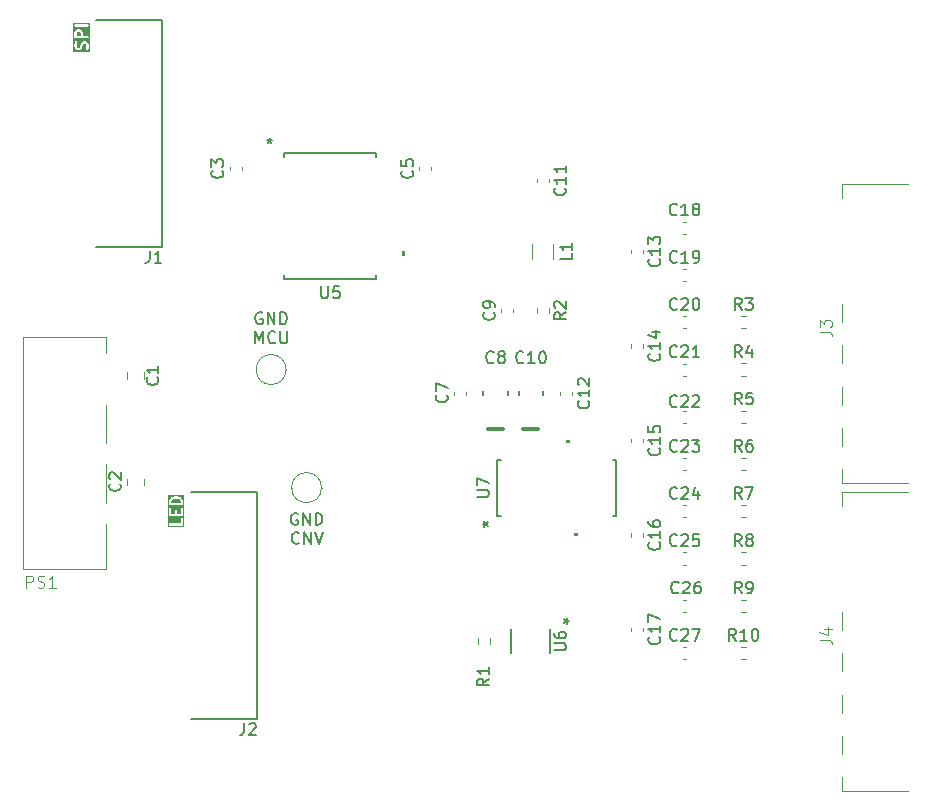
<source format=gbr>
%TF.GenerationSoftware,KiCad,Pcbnew,9.0.1*%
%TF.CreationDate,2025-04-28T13:09:30+03:00*%
%TF.ProjectId,PM_CNV-AI4_W,504d5f43-4e56-42d4-9149-345f572e6b69,rev?*%
%TF.SameCoordinates,Original*%
%TF.FileFunction,Legend,Top*%
%TF.FilePolarity,Positive*%
%FSLAX46Y46*%
G04 Gerber Fmt 4.6, Leading zero omitted, Abs format (unit mm)*
G04 Created by KiCad (PCBNEW 9.0.1) date 2025-04-28 13:09:30*
%MOMM*%
%LPD*%
G01*
G04 APERTURE LIST*
%ADD10C,0.150000*%
%ADD11C,0.200000*%
%ADD12C,0.100000*%
%ADD13C,0.120000*%
%ADD14C,0.152400*%
%ADD15C,0.300000*%
%ADD16C,0.000000*%
G04 APERTURE END LIST*
D10*
X-15761905Y-2197466D02*
X-15857143Y-2149847D01*
X-15857143Y-2149847D02*
X-16000000Y-2149847D01*
X-16000000Y-2149847D02*
X-16142857Y-2197466D01*
X-16142857Y-2197466D02*
X-16238095Y-2292704D01*
X-16238095Y-2292704D02*
X-16285714Y-2387942D01*
X-16285714Y-2387942D02*
X-16333333Y-2578418D01*
X-16333333Y-2578418D02*
X-16333333Y-2721275D01*
X-16333333Y-2721275D02*
X-16285714Y-2911751D01*
X-16285714Y-2911751D02*
X-16238095Y-3006989D01*
X-16238095Y-3006989D02*
X-16142857Y-3102228D01*
X-16142857Y-3102228D02*
X-16000000Y-3149847D01*
X-16000000Y-3149847D02*
X-15904762Y-3149847D01*
X-15904762Y-3149847D02*
X-15761905Y-3102228D01*
X-15761905Y-3102228D02*
X-15714286Y-3054608D01*
X-15714286Y-3054608D02*
X-15714286Y-2721275D01*
X-15714286Y-2721275D02*
X-15904762Y-2721275D01*
X-15285714Y-3149847D02*
X-15285714Y-2149847D01*
X-15285714Y-2149847D02*
X-14714286Y-3149847D01*
X-14714286Y-3149847D02*
X-14714286Y-2149847D01*
X-14238095Y-3149847D02*
X-14238095Y-2149847D01*
X-14238095Y-2149847D02*
X-14000000Y-2149847D01*
X-14000000Y-2149847D02*
X-13857143Y-2197466D01*
X-13857143Y-2197466D02*
X-13761905Y-2292704D01*
X-13761905Y-2292704D02*
X-13714286Y-2387942D01*
X-13714286Y-2387942D02*
X-13666667Y-2578418D01*
X-13666667Y-2578418D02*
X-13666667Y-2721275D01*
X-13666667Y-2721275D02*
X-13714286Y-2911751D01*
X-13714286Y-2911751D02*
X-13761905Y-3006989D01*
X-13761905Y-3006989D02*
X-13857143Y-3102228D01*
X-13857143Y-3102228D02*
X-14000000Y-3149847D01*
X-14000000Y-3149847D02*
X-14238095Y-3149847D01*
X-15642858Y-4664552D02*
X-15690477Y-4712172D01*
X-15690477Y-4712172D02*
X-15833334Y-4759791D01*
X-15833334Y-4759791D02*
X-15928572Y-4759791D01*
X-15928572Y-4759791D02*
X-16071429Y-4712172D01*
X-16071429Y-4712172D02*
X-16166667Y-4616933D01*
X-16166667Y-4616933D02*
X-16214286Y-4521695D01*
X-16214286Y-4521695D02*
X-16261905Y-4331219D01*
X-16261905Y-4331219D02*
X-16261905Y-4188362D01*
X-16261905Y-4188362D02*
X-16214286Y-3997886D01*
X-16214286Y-3997886D02*
X-16166667Y-3902648D01*
X-16166667Y-3902648D02*
X-16071429Y-3807410D01*
X-16071429Y-3807410D02*
X-15928572Y-3759791D01*
X-15928572Y-3759791D02*
X-15833334Y-3759791D01*
X-15833334Y-3759791D02*
X-15690477Y-3807410D01*
X-15690477Y-3807410D02*
X-15642858Y-3855029D01*
X-15214286Y-4759791D02*
X-15214286Y-3759791D01*
X-15214286Y-3759791D02*
X-14642858Y-4759791D01*
X-14642858Y-4759791D02*
X-14642858Y-3759791D01*
X-14309524Y-3759791D02*
X-13976191Y-4759791D01*
X-13976191Y-4759791D02*
X-13642858Y-3759791D01*
X-18761905Y14802534D02*
X-18857143Y14850153D01*
X-18857143Y14850153D02*
X-19000000Y14850153D01*
X-19000000Y14850153D02*
X-19142857Y14802534D01*
X-19142857Y14802534D02*
X-19238095Y14707296D01*
X-19238095Y14707296D02*
X-19285714Y14612058D01*
X-19285714Y14612058D02*
X-19333333Y14421582D01*
X-19333333Y14421582D02*
X-19333333Y14278725D01*
X-19333333Y14278725D02*
X-19285714Y14088249D01*
X-19285714Y14088249D02*
X-19238095Y13993011D01*
X-19238095Y13993011D02*
X-19142857Y13897772D01*
X-19142857Y13897772D02*
X-19000000Y13850153D01*
X-19000000Y13850153D02*
X-18904762Y13850153D01*
X-18904762Y13850153D02*
X-18761905Y13897772D01*
X-18761905Y13897772D02*
X-18714286Y13945392D01*
X-18714286Y13945392D02*
X-18714286Y14278725D01*
X-18714286Y14278725D02*
X-18904762Y14278725D01*
X-18285714Y13850153D02*
X-18285714Y14850153D01*
X-18285714Y14850153D02*
X-17714286Y13850153D01*
X-17714286Y13850153D02*
X-17714286Y14850153D01*
X-17238095Y13850153D02*
X-17238095Y14850153D01*
X-17238095Y14850153D02*
X-17000000Y14850153D01*
X-17000000Y14850153D02*
X-16857143Y14802534D01*
X-16857143Y14802534D02*
X-16761905Y14707296D01*
X-16761905Y14707296D02*
X-16714286Y14612058D01*
X-16714286Y14612058D02*
X-16666667Y14421582D01*
X-16666667Y14421582D02*
X-16666667Y14278725D01*
X-16666667Y14278725D02*
X-16714286Y14088249D01*
X-16714286Y14088249D02*
X-16761905Y13993011D01*
X-16761905Y13993011D02*
X-16857143Y13897772D01*
X-16857143Y13897772D02*
X-17000000Y13850153D01*
X-17000000Y13850153D02*
X-17238095Y13850153D01*
X-19357143Y12240209D02*
X-19357143Y13240209D01*
X-19357143Y13240209D02*
X-19023810Y12525924D01*
X-19023810Y12525924D02*
X-18690477Y13240209D01*
X-18690477Y13240209D02*
X-18690477Y12240209D01*
X-17642858Y12335448D02*
X-17690477Y12287828D01*
X-17690477Y12287828D02*
X-17833334Y12240209D01*
X-17833334Y12240209D02*
X-17928572Y12240209D01*
X-17928572Y12240209D02*
X-18071429Y12287828D01*
X-18071429Y12287828D02*
X-18166667Y12383067D01*
X-18166667Y12383067D02*
X-18214286Y12478305D01*
X-18214286Y12478305D02*
X-18261905Y12668781D01*
X-18261905Y12668781D02*
X-18261905Y12811638D01*
X-18261905Y12811638D02*
X-18214286Y13002114D01*
X-18214286Y13002114D02*
X-18166667Y13097352D01*
X-18166667Y13097352D02*
X-18071429Y13192590D01*
X-18071429Y13192590D02*
X-17928572Y13240209D01*
X-17928572Y13240209D02*
X-17833334Y13240209D01*
X-17833334Y13240209D02*
X-17690477Y13192590D01*
X-17690477Y13192590D02*
X-17642858Y13144971D01*
X-17214286Y13240209D02*
X-17214286Y12430686D01*
X-17214286Y12430686D02*
X-17166667Y12335448D01*
X-17166667Y12335448D02*
X-17119048Y12287828D01*
X-17119048Y12287828D02*
X-17023810Y12240209D01*
X-17023810Y12240209D02*
X-16833334Y12240209D01*
X-16833334Y12240209D02*
X-16738096Y12287828D01*
X-16738096Y12287828D02*
X-16690477Y12335448D01*
X-16690477Y12335448D02*
X-16642858Y12430686D01*
X-16642858Y12430686D02*
X-16642858Y13240209D01*
D11*
G36*
X-34178446Y38571951D02*
G01*
X-34153777Y38547283D01*
X-34123972Y38487673D01*
X-34123972Y38230328D01*
X-34447781Y38230328D01*
X-34447781Y38487673D01*
X-34417976Y38547283D01*
X-34393308Y38571952D01*
X-34333698Y38601756D01*
X-34238055Y38601756D01*
X-34178446Y38571951D01*
G37*
G36*
X-33336670Y36919217D02*
G01*
X-34758892Y36919217D01*
X-34758892Y37558899D01*
X-34647781Y37558899D01*
X-34647781Y37320804D01*
X-34645860Y37301295D01*
X-34644485Y37297975D01*
X-34644230Y37294391D01*
X-34637224Y37276083D01*
X-34589605Y37180845D01*
X-34584320Y37172449D01*
X-34583309Y37170009D01*
X-34581056Y37167263D01*
X-34579162Y37164255D01*
X-34577168Y37162526D01*
X-34570873Y37154855D01*
X-34523254Y37107237D01*
X-34515588Y37100945D01*
X-34513855Y37098947D01*
X-34510847Y37097054D01*
X-34508101Y37094800D01*
X-34505661Y37093790D01*
X-34497264Y37088504D01*
X-34402027Y37040885D01*
X-34383718Y37033879D01*
X-34380135Y37033625D01*
X-34376814Y37032249D01*
X-34357305Y37030328D01*
X-34262067Y37030328D01*
X-34242558Y37032249D01*
X-34239238Y37033625D01*
X-34235654Y37033879D01*
X-34217346Y37040885D01*
X-34122108Y37088504D01*
X-34113712Y37093790D01*
X-34111272Y37094800D01*
X-34108526Y37097054D01*
X-34105518Y37098947D01*
X-34103789Y37100942D01*
X-34096118Y37107236D01*
X-34048500Y37154855D01*
X-34042208Y37162522D01*
X-34040210Y37164254D01*
X-34038317Y37167263D01*
X-34036063Y37170008D01*
X-34035053Y37172449D01*
X-34029767Y37180845D01*
X-33982148Y37276082D01*
X-33981602Y37277511D01*
X-33981172Y37278090D01*
X-33978251Y37286267D01*
X-33975142Y37294391D01*
X-33975091Y37295112D01*
X-33974577Y37296550D01*
X-33929621Y37476376D01*
X-33894167Y37547283D01*
X-33869499Y37571952D01*
X-33809889Y37601756D01*
X-33761865Y37601756D01*
X-33702254Y37571950D01*
X-33677586Y37547283D01*
X-33647781Y37487673D01*
X-33647781Y37289412D01*
X-33690268Y37161951D01*
X-33694615Y37142835D01*
X-33691849Y37103915D01*
X-33674399Y37069016D01*
X-33644923Y37043451D01*
X-33607907Y37031113D01*
X-33568987Y37033879D01*
X-33534088Y37051329D01*
X-33508523Y37080805D01*
X-33500532Y37098705D01*
X-33452913Y37241562D01*
X-33450714Y37251235D01*
X-33449702Y37253676D01*
X-33449354Y37257214D01*
X-33448566Y37260677D01*
X-33448754Y37263312D01*
X-33447781Y37273185D01*
X-33447781Y37511280D01*
X-33449702Y37530789D01*
X-33451078Y37534110D01*
X-33451332Y37537693D01*
X-33458338Y37556002D01*
X-33505957Y37651239D01*
X-33511243Y37659636D01*
X-33512253Y37662076D01*
X-33514507Y37664822D01*
X-33516400Y37667830D01*
X-33518397Y37669562D01*
X-33524690Y37677230D01*
X-33572310Y37724848D01*
X-33579980Y37731143D01*
X-33581709Y37733137D01*
X-33584714Y37735029D01*
X-33587463Y37737285D01*
X-33589907Y37738297D01*
X-33598299Y37743580D01*
X-33693537Y37791199D01*
X-33711845Y37798205D01*
X-33715429Y37798460D01*
X-33718749Y37799835D01*
X-33738258Y37801756D01*
X-33833496Y37801756D01*
X-33853005Y37799835D01*
X-33856326Y37798460D01*
X-33859909Y37798205D01*
X-33878218Y37791199D01*
X-33973455Y37743580D01*
X-33981852Y37738295D01*
X-33984292Y37737284D01*
X-33987038Y37735031D01*
X-33990046Y37733137D01*
X-33991779Y37731140D01*
X-33999445Y37724847D01*
X-34047064Y37677229D01*
X-34053359Y37669559D01*
X-34055353Y37667829D01*
X-34057247Y37664822D01*
X-34059500Y37662075D01*
X-34060511Y37659636D01*
X-34065796Y37651239D01*
X-34113415Y37556001D01*
X-34113961Y37554575D01*
X-34114391Y37553994D01*
X-34117313Y37545818D01*
X-34120421Y37537693D01*
X-34120473Y37536971D01*
X-34120986Y37535533D01*
X-34165943Y37355709D01*
X-34201396Y37284802D01*
X-34226065Y37260134D01*
X-34285674Y37230328D01*
X-34333698Y37230328D01*
X-34393308Y37260133D01*
X-34417976Y37284802D01*
X-34447781Y37344412D01*
X-34447781Y37542672D01*
X-34405294Y37670133D01*
X-34400947Y37689248D01*
X-34403713Y37728168D01*
X-34421163Y37763067D01*
X-34450639Y37788632D01*
X-34487655Y37800971D01*
X-34526575Y37798204D01*
X-34561474Y37780755D01*
X-34587039Y37751279D01*
X-34595030Y37733378D01*
X-34642649Y37590522D01*
X-34644849Y37580851D01*
X-34645860Y37578408D01*
X-34646209Y37574870D01*
X-34646996Y37571406D01*
X-34646809Y37568773D01*
X-34647781Y37558899D01*
X-34758892Y37558899D01*
X-34758892Y38511280D01*
X-34647781Y38511280D01*
X-34647781Y38130328D01*
X-34645860Y38110819D01*
X-34630928Y38074771D01*
X-34603338Y38047181D01*
X-34567290Y38032249D01*
X-34547781Y38030328D01*
X-33547781Y38030328D01*
X-33528272Y38032249D01*
X-33492224Y38047181D01*
X-33464634Y38074771D01*
X-33449702Y38110819D01*
X-33449702Y38149837D01*
X-33464634Y38185885D01*
X-33492224Y38213475D01*
X-33528272Y38228407D01*
X-33547781Y38230328D01*
X-33923972Y38230328D01*
X-33923972Y38511280D01*
X-33925893Y38530789D01*
X-33927269Y38534110D01*
X-33927523Y38537693D01*
X-33934529Y38556002D01*
X-33982148Y38651239D01*
X-33987434Y38659636D01*
X-33988444Y38662076D01*
X-33990698Y38664822D01*
X-33992591Y38667830D01*
X-33994589Y38669563D01*
X-34000881Y38677229D01*
X-34048499Y38724848D01*
X-34056170Y38731143D01*
X-34057899Y38733137D01*
X-34060907Y38735031D01*
X-34063653Y38737284D01*
X-34066093Y38738295D01*
X-34074489Y38743580D01*
X-34169727Y38791199D01*
X-34188035Y38798205D01*
X-34191619Y38798460D01*
X-34194939Y38799835D01*
X-34214448Y38801756D01*
X-34357305Y38801756D01*
X-34376814Y38799835D01*
X-34380135Y38798460D01*
X-34383718Y38798205D01*
X-34402027Y38791199D01*
X-34497264Y38743580D01*
X-34505661Y38738295D01*
X-34508101Y38737284D01*
X-34510847Y38735031D01*
X-34513855Y38733137D01*
X-34515588Y38731140D01*
X-34523254Y38724847D01*
X-34570873Y38677229D01*
X-34577168Y38669559D01*
X-34579162Y38667829D01*
X-34581056Y38664822D01*
X-34583309Y38662075D01*
X-34584320Y38659636D01*
X-34589605Y38651239D01*
X-34637224Y38556001D01*
X-34644230Y38537693D01*
X-34644485Y38534110D01*
X-34645860Y38530789D01*
X-34647781Y38511280D01*
X-34758892Y38511280D01*
X-34758892Y39149837D01*
X-34645860Y39149837D01*
X-34645860Y39110819D01*
X-34630928Y39074771D01*
X-34603338Y39047181D01*
X-34567290Y39032249D01*
X-34547781Y39030328D01*
X-33547781Y39030328D01*
X-33528272Y39032249D01*
X-33492224Y39047181D01*
X-33464634Y39074771D01*
X-33449702Y39110819D01*
X-33449702Y39149837D01*
X-33464634Y39185885D01*
X-33492224Y39213475D01*
X-33528272Y39228407D01*
X-33547781Y39230328D01*
X-34547781Y39230328D01*
X-34567290Y39228407D01*
X-34603338Y39213475D01*
X-34630928Y39185885D01*
X-34645860Y39149837D01*
X-34758892Y39149837D01*
X-34758892Y39341439D01*
X-33336670Y39341439D01*
X-33336670Y36919217D01*
G37*
G36*
X-25820782Y-964024D02*
G01*
X-25749873Y-999478D01*
X-25682803Y-1066548D01*
X-25647781Y-1171613D01*
X-25647781Y-1293482D01*
X-26447781Y-1293482D01*
X-26447781Y-1171614D01*
X-26412760Y-1066549D01*
X-26345687Y-999477D01*
X-26274782Y-964024D01*
X-26106901Y-922054D01*
X-25988663Y-922054D01*
X-25820782Y-964024D01*
G37*
G36*
X-25336670Y-3318879D02*
G01*
X-26758892Y-3318879D01*
X-26758892Y-3088259D01*
X-26645860Y-3088259D01*
X-26645860Y-3127277D01*
X-26630928Y-3163325D01*
X-26603338Y-3190915D01*
X-26567290Y-3205847D01*
X-26547781Y-3207768D01*
X-25547781Y-3207768D01*
X-25528272Y-3205847D01*
X-25492224Y-3190915D01*
X-25464634Y-3163325D01*
X-25449702Y-3127277D01*
X-25447781Y-3107768D01*
X-25447781Y-2631578D01*
X-25449702Y-2612069D01*
X-25464634Y-2576021D01*
X-25492224Y-2548431D01*
X-25528272Y-2533499D01*
X-25567290Y-2533499D01*
X-25603338Y-2548431D01*
X-25630928Y-2576021D01*
X-25645860Y-2612069D01*
X-25647781Y-2631578D01*
X-25647781Y-3007768D01*
X-26547781Y-3007768D01*
X-26567290Y-3009689D01*
X-26603338Y-3024621D01*
X-26630928Y-3052211D01*
X-26645860Y-3088259D01*
X-26758892Y-3088259D01*
X-26758892Y-1822054D01*
X-26647781Y-1822054D01*
X-26647781Y-2298244D01*
X-26645860Y-2317753D01*
X-26630928Y-2353801D01*
X-26603338Y-2381391D01*
X-26567290Y-2396323D01*
X-26547781Y-2398244D01*
X-25547781Y-2398244D01*
X-25528272Y-2396323D01*
X-25492224Y-2381391D01*
X-25464634Y-2353801D01*
X-25449702Y-2317753D01*
X-25447781Y-2298244D01*
X-25447781Y-1822054D01*
X-25449702Y-1802545D01*
X-25464634Y-1766497D01*
X-25492224Y-1738907D01*
X-25528272Y-1723975D01*
X-25567290Y-1723975D01*
X-25603338Y-1738907D01*
X-25630928Y-1766497D01*
X-25645860Y-1802545D01*
X-25647781Y-1822054D01*
X-25647781Y-2198244D01*
X-25971591Y-2198244D01*
X-25971591Y-1964911D01*
X-25973512Y-1945402D01*
X-25988444Y-1909354D01*
X-26016034Y-1881764D01*
X-26052082Y-1866832D01*
X-26091100Y-1866832D01*
X-26127148Y-1881764D01*
X-26154738Y-1909354D01*
X-26169670Y-1945402D01*
X-26171591Y-1964911D01*
X-26171591Y-2198244D01*
X-26447781Y-2198244D01*
X-26447781Y-1822054D01*
X-26449702Y-1802545D01*
X-26464634Y-1766497D01*
X-26492224Y-1738907D01*
X-26528272Y-1723975D01*
X-26567290Y-1723975D01*
X-26603338Y-1738907D01*
X-26630928Y-1766497D01*
X-26645860Y-1802545D01*
X-26647781Y-1822054D01*
X-26758892Y-1822054D01*
X-26758892Y-1155387D01*
X-26647781Y-1155387D01*
X-26647781Y-1393482D01*
X-26645860Y-1412991D01*
X-26630928Y-1449039D01*
X-26603338Y-1476629D01*
X-26567290Y-1491561D01*
X-26547781Y-1493482D01*
X-25547781Y-1493482D01*
X-25528272Y-1491561D01*
X-25492224Y-1476629D01*
X-25464634Y-1449039D01*
X-25449702Y-1412991D01*
X-25447781Y-1393482D01*
X-25447781Y-1155387D01*
X-25448754Y-1145513D01*
X-25448566Y-1142879D01*
X-25449354Y-1139415D01*
X-25449702Y-1135878D01*
X-25450714Y-1133436D01*
X-25452913Y-1123764D01*
X-25500532Y-980907D01*
X-25508523Y-963007D01*
X-25510878Y-960291D01*
X-25512253Y-956972D01*
X-25524689Y-941819D01*
X-25619929Y-846581D01*
X-25627599Y-840286D01*
X-25629328Y-838292D01*
X-25632333Y-836400D01*
X-25635082Y-834144D01*
X-25637526Y-833131D01*
X-25645918Y-827849D01*
X-25741156Y-780230D01*
X-25742583Y-779684D01*
X-25743163Y-779254D01*
X-25751340Y-776332D01*
X-25759464Y-773224D01*
X-25760187Y-773172D01*
X-25761624Y-772659D01*
X-25952099Y-725040D01*
X-25955481Y-724539D01*
X-25956844Y-723975D01*
X-25964195Y-723251D01*
X-25971492Y-722172D01*
X-25972951Y-722389D01*
X-25976353Y-722054D01*
X-26119210Y-722054D01*
X-26122613Y-722389D01*
X-26124071Y-722172D01*
X-26131369Y-723251D01*
X-26138719Y-723975D01*
X-26140083Y-724539D01*
X-26143464Y-725040D01*
X-26333940Y-772659D01*
X-26335379Y-773172D01*
X-26336099Y-773224D01*
X-26344224Y-776332D01*
X-26352400Y-779254D01*
X-26352980Y-779683D01*
X-26354408Y-780230D01*
X-26449645Y-827849D01*
X-26458044Y-833135D01*
X-26460481Y-834145D01*
X-26463225Y-836396D01*
X-26466236Y-838292D01*
X-26467969Y-840289D01*
X-26475635Y-846581D01*
X-26570873Y-941819D01*
X-26583309Y-956973D01*
X-26584684Y-960291D01*
X-26587039Y-963007D01*
X-26595030Y-980908D01*
X-26642649Y-1123764D01*
X-26644849Y-1133435D01*
X-26645860Y-1135878D01*
X-26646209Y-1139416D01*
X-26646996Y-1142880D01*
X-26646809Y-1145513D01*
X-26647781Y-1155387D01*
X-26758892Y-1155387D01*
X-26758892Y-610943D01*
X-25336670Y-610943D01*
X-25336670Y-3318879D01*
G37*
D10*
X21833333Y7045181D02*
X21500000Y7521372D01*
X21261905Y7045181D02*
X21261905Y8045181D01*
X21261905Y8045181D02*
X21642857Y8045181D01*
X21642857Y8045181D02*
X21738095Y7997562D01*
X21738095Y7997562D02*
X21785714Y7949943D01*
X21785714Y7949943D02*
X21833333Y7854705D01*
X21833333Y7854705D02*
X21833333Y7711848D01*
X21833333Y7711848D02*
X21785714Y7616610D01*
X21785714Y7616610D02*
X21738095Y7568991D01*
X21738095Y7568991D02*
X21642857Y7521372D01*
X21642857Y7521372D02*
X21261905Y7521372D01*
X22738095Y8045181D02*
X22261905Y8045181D01*
X22261905Y8045181D02*
X22214286Y7568991D01*
X22214286Y7568991D02*
X22261905Y7616610D01*
X22261905Y7616610D02*
X22357143Y7664229D01*
X22357143Y7664229D02*
X22595238Y7664229D01*
X22595238Y7664229D02*
X22690476Y7616610D01*
X22690476Y7616610D02*
X22738095Y7568991D01*
X22738095Y7568991D02*
X22785714Y7473753D01*
X22785714Y7473753D02*
X22785714Y7235658D01*
X22785714Y7235658D02*
X22738095Y7140420D01*
X22738095Y7140420D02*
X22690476Y7092800D01*
X22690476Y7092800D02*
X22595238Y7045181D01*
X22595238Y7045181D02*
X22357143Y7045181D01*
X22357143Y7045181D02*
X22261905Y7092800D01*
X22261905Y7092800D02*
X22214286Y7140420D01*
X21833333Y-8954819D02*
X21500000Y-8478628D01*
X21261905Y-8954819D02*
X21261905Y-7954819D01*
X21261905Y-7954819D02*
X21642857Y-7954819D01*
X21642857Y-7954819D02*
X21738095Y-8002438D01*
X21738095Y-8002438D02*
X21785714Y-8050057D01*
X21785714Y-8050057D02*
X21833333Y-8145295D01*
X21833333Y-8145295D02*
X21833333Y-8288152D01*
X21833333Y-8288152D02*
X21785714Y-8383390D01*
X21785714Y-8383390D02*
X21738095Y-8431009D01*
X21738095Y-8431009D02*
X21642857Y-8478628D01*
X21642857Y-8478628D02*
X21261905Y-8478628D01*
X22309524Y-8954819D02*
X22500000Y-8954819D01*
X22500000Y-8954819D02*
X22595238Y-8907200D01*
X22595238Y-8907200D02*
X22642857Y-8859580D01*
X22642857Y-8859580D02*
X22738095Y-8716723D01*
X22738095Y-8716723D02*
X22785714Y-8526247D01*
X22785714Y-8526247D02*
X22785714Y-8145295D01*
X22785714Y-8145295D02*
X22738095Y-8050057D01*
X22738095Y-8050057D02*
X22690476Y-8002438D01*
X22690476Y-8002438D02*
X22595238Y-7954819D01*
X22595238Y-7954819D02*
X22404762Y-7954819D01*
X22404762Y-7954819D02*
X22309524Y-8002438D01*
X22309524Y-8002438D02*
X22261905Y-8050057D01*
X22261905Y-8050057D02*
X22214286Y-8145295D01*
X22214286Y-8145295D02*
X22214286Y-8383390D01*
X22214286Y-8383390D02*
X22261905Y-8478628D01*
X22261905Y-8478628D02*
X22309524Y-8526247D01*
X22309524Y-8526247D02*
X22404762Y-8573866D01*
X22404762Y-8573866D02*
X22595238Y-8573866D01*
X22595238Y-8573866D02*
X22690476Y-8526247D01*
X22690476Y-8526247D02*
X22738095Y-8478628D01*
X22738095Y-8478628D02*
X22785714Y-8383390D01*
X16357142Y15140420D02*
X16309523Y15092800D01*
X16309523Y15092800D02*
X16166666Y15045181D01*
X16166666Y15045181D02*
X16071428Y15045181D01*
X16071428Y15045181D02*
X15928571Y15092800D01*
X15928571Y15092800D02*
X15833333Y15188039D01*
X15833333Y15188039D02*
X15785714Y15283277D01*
X15785714Y15283277D02*
X15738095Y15473753D01*
X15738095Y15473753D02*
X15738095Y15616610D01*
X15738095Y15616610D02*
X15785714Y15807086D01*
X15785714Y15807086D02*
X15833333Y15902324D01*
X15833333Y15902324D02*
X15928571Y15997562D01*
X15928571Y15997562D02*
X16071428Y16045181D01*
X16071428Y16045181D02*
X16166666Y16045181D01*
X16166666Y16045181D02*
X16309523Y15997562D01*
X16309523Y15997562D02*
X16357142Y15949943D01*
X16738095Y15949943D02*
X16785714Y15997562D01*
X16785714Y15997562D02*
X16880952Y16045181D01*
X16880952Y16045181D02*
X17119047Y16045181D01*
X17119047Y16045181D02*
X17214285Y15997562D01*
X17214285Y15997562D02*
X17261904Y15949943D01*
X17261904Y15949943D02*
X17309523Y15854705D01*
X17309523Y15854705D02*
X17309523Y15759467D01*
X17309523Y15759467D02*
X17261904Y15616610D01*
X17261904Y15616610D02*
X16690476Y15045181D01*
X16690476Y15045181D02*
X17309523Y15045181D01*
X17928571Y16045181D02*
X18023809Y16045181D01*
X18023809Y16045181D02*
X18119047Y15997562D01*
X18119047Y15997562D02*
X18166666Y15949943D01*
X18166666Y15949943D02*
X18214285Y15854705D01*
X18214285Y15854705D02*
X18261904Y15664229D01*
X18261904Y15664229D02*
X18261904Y15426134D01*
X18261904Y15426134D02*
X18214285Y15235658D01*
X18214285Y15235658D02*
X18166666Y15140420D01*
X18166666Y15140420D02*
X18119047Y15092800D01*
X18119047Y15092800D02*
X18023809Y15045181D01*
X18023809Y15045181D02*
X17928571Y15045181D01*
X17928571Y15045181D02*
X17833333Y15092800D01*
X17833333Y15092800D02*
X17785714Y15140420D01*
X17785714Y15140420D02*
X17738095Y15235658D01*
X17738095Y15235658D02*
X17690476Y15426134D01*
X17690476Y15426134D02*
X17690476Y15664229D01*
X17690476Y15664229D02*
X17738095Y15854705D01*
X17738095Y15854705D02*
X17785714Y15949943D01*
X17785714Y15949943D02*
X17833333Y15997562D01*
X17833333Y15997562D02*
X17928571Y16045181D01*
X16357142Y11140420D02*
X16309523Y11092800D01*
X16309523Y11092800D02*
X16166666Y11045181D01*
X16166666Y11045181D02*
X16071428Y11045181D01*
X16071428Y11045181D02*
X15928571Y11092800D01*
X15928571Y11092800D02*
X15833333Y11188039D01*
X15833333Y11188039D02*
X15785714Y11283277D01*
X15785714Y11283277D02*
X15738095Y11473753D01*
X15738095Y11473753D02*
X15738095Y11616610D01*
X15738095Y11616610D02*
X15785714Y11807086D01*
X15785714Y11807086D02*
X15833333Y11902324D01*
X15833333Y11902324D02*
X15928571Y11997562D01*
X15928571Y11997562D02*
X16071428Y12045181D01*
X16071428Y12045181D02*
X16166666Y12045181D01*
X16166666Y12045181D02*
X16309523Y11997562D01*
X16309523Y11997562D02*
X16357142Y11949943D01*
X16738095Y11949943D02*
X16785714Y11997562D01*
X16785714Y11997562D02*
X16880952Y12045181D01*
X16880952Y12045181D02*
X17119047Y12045181D01*
X17119047Y12045181D02*
X17214285Y11997562D01*
X17214285Y11997562D02*
X17261904Y11949943D01*
X17261904Y11949943D02*
X17309523Y11854705D01*
X17309523Y11854705D02*
X17309523Y11759467D01*
X17309523Y11759467D02*
X17261904Y11616610D01*
X17261904Y11616610D02*
X16690476Y11045181D01*
X16690476Y11045181D02*
X17309523Y11045181D01*
X18261904Y11045181D02*
X17690476Y11045181D01*
X17976190Y11045181D02*
X17976190Y12045181D01*
X17976190Y12045181D02*
X17880952Y11902324D01*
X17880952Y11902324D02*
X17785714Y11807086D01*
X17785714Y11807086D02*
X17690476Y11759467D01*
X859580Y14833334D02*
X907200Y14785715D01*
X907200Y14785715D02*
X954819Y14642858D01*
X954819Y14642858D02*
X954819Y14547620D01*
X954819Y14547620D02*
X907200Y14404763D01*
X907200Y14404763D02*
X811961Y14309525D01*
X811961Y14309525D02*
X716723Y14261906D01*
X716723Y14261906D02*
X526247Y14214287D01*
X526247Y14214287D02*
X383390Y14214287D01*
X383390Y14214287D02*
X192914Y14261906D01*
X192914Y14261906D02*
X97676Y14309525D01*
X97676Y14309525D02*
X2438Y14404763D01*
X2438Y14404763D02*
X-45181Y14547620D01*
X-45181Y14547620D02*
X-45181Y14642858D01*
X-45181Y14642858D02*
X2438Y14785715D01*
X2438Y14785715D02*
X50057Y14833334D01*
X954819Y15309525D02*
X954819Y15500001D01*
X954819Y15500001D02*
X907200Y15595239D01*
X907200Y15595239D02*
X859580Y15642858D01*
X859580Y15642858D02*
X716723Y15738096D01*
X716723Y15738096D02*
X526247Y15785715D01*
X526247Y15785715D02*
X145295Y15785715D01*
X145295Y15785715D02*
X50057Y15738096D01*
X50057Y15738096D02*
X2438Y15690477D01*
X2438Y15690477D02*
X-45181Y15595239D01*
X-45181Y15595239D02*
X-45181Y15404763D01*
X-45181Y15404763D02*
X2438Y15309525D01*
X2438Y15309525D02*
X50057Y15261906D01*
X50057Y15261906D02*
X145295Y15214287D01*
X145295Y15214287D02*
X383390Y15214287D01*
X383390Y15214287D02*
X478628Y15261906D01*
X478628Y15261906D02*
X526247Y15309525D01*
X526247Y15309525D02*
X573866Y15404763D01*
X573866Y15404763D02*
X573866Y15595239D01*
X573866Y15595239D02*
X526247Y15690477D01*
X526247Y15690477D02*
X478628Y15738096D01*
X478628Y15738096D02*
X383390Y15785715D01*
X14859580Y-12642857D02*
X14907200Y-12690476D01*
X14907200Y-12690476D02*
X14954819Y-12833333D01*
X14954819Y-12833333D02*
X14954819Y-12928571D01*
X14954819Y-12928571D02*
X14907200Y-13071428D01*
X14907200Y-13071428D02*
X14811961Y-13166666D01*
X14811961Y-13166666D02*
X14716723Y-13214285D01*
X14716723Y-13214285D02*
X14526247Y-13261904D01*
X14526247Y-13261904D02*
X14383390Y-13261904D01*
X14383390Y-13261904D02*
X14192914Y-13214285D01*
X14192914Y-13214285D02*
X14097676Y-13166666D01*
X14097676Y-13166666D02*
X14002438Y-13071428D01*
X14002438Y-13071428D02*
X13954819Y-12928571D01*
X13954819Y-12928571D02*
X13954819Y-12833333D01*
X13954819Y-12833333D02*
X14002438Y-12690476D01*
X14002438Y-12690476D02*
X14050057Y-12642857D01*
X14954819Y-11690476D02*
X14954819Y-12261904D01*
X14954819Y-11976190D02*
X13954819Y-11976190D01*
X13954819Y-11976190D02*
X14097676Y-12071428D01*
X14097676Y-12071428D02*
X14192914Y-12166666D01*
X14192914Y-12166666D02*
X14240533Y-12261904D01*
X13954819Y-11357142D02*
X13954819Y-10690476D01*
X13954819Y-10690476D02*
X14954819Y-11119047D01*
D12*
X28457419Y13206667D02*
X29171704Y13206667D01*
X29171704Y13206667D02*
X29314561Y13159048D01*
X29314561Y13159048D02*
X29409800Y13063810D01*
X29409800Y13063810D02*
X29457419Y12920953D01*
X29457419Y12920953D02*
X29457419Y12825715D01*
X28457419Y13587620D02*
X28457419Y14206667D01*
X28457419Y14206667D02*
X28838371Y13873334D01*
X28838371Y13873334D02*
X28838371Y14016191D01*
X28838371Y14016191D02*
X28885990Y14111429D01*
X28885990Y14111429D02*
X28933609Y14159048D01*
X28933609Y14159048D02*
X29028847Y14206667D01*
X29028847Y14206667D02*
X29266942Y14206667D01*
X29266942Y14206667D02*
X29362180Y14159048D01*
X29362180Y14159048D02*
X29409800Y14111429D01*
X29409800Y14111429D02*
X29457419Y14016191D01*
X29457419Y14016191D02*
X29457419Y13730477D01*
X29457419Y13730477D02*
X29409800Y13635239D01*
X29409800Y13635239D02*
X29362180Y13587620D01*
D10*
X14859580Y11357143D02*
X14907200Y11309524D01*
X14907200Y11309524D02*
X14954819Y11166667D01*
X14954819Y11166667D02*
X14954819Y11071429D01*
X14954819Y11071429D02*
X14907200Y10928572D01*
X14907200Y10928572D02*
X14811961Y10833334D01*
X14811961Y10833334D02*
X14716723Y10785715D01*
X14716723Y10785715D02*
X14526247Y10738096D01*
X14526247Y10738096D02*
X14383390Y10738096D01*
X14383390Y10738096D02*
X14192914Y10785715D01*
X14192914Y10785715D02*
X14097676Y10833334D01*
X14097676Y10833334D02*
X14002438Y10928572D01*
X14002438Y10928572D02*
X13954819Y11071429D01*
X13954819Y11071429D02*
X13954819Y11166667D01*
X13954819Y11166667D02*
X14002438Y11309524D01*
X14002438Y11309524D02*
X14050057Y11357143D01*
X14954819Y12309524D02*
X14954819Y11738096D01*
X14954819Y12023810D02*
X13954819Y12023810D01*
X13954819Y12023810D02*
X14097676Y11928572D01*
X14097676Y11928572D02*
X14192914Y11833334D01*
X14192914Y11833334D02*
X14240533Y11738096D01*
X14288152Y13166667D02*
X14954819Y13166667D01*
X13907200Y12928572D02*
X14621485Y12690477D01*
X14621485Y12690477D02*
X14621485Y13309524D01*
X16357142Y19140420D02*
X16309523Y19092800D01*
X16309523Y19092800D02*
X16166666Y19045181D01*
X16166666Y19045181D02*
X16071428Y19045181D01*
X16071428Y19045181D02*
X15928571Y19092800D01*
X15928571Y19092800D02*
X15833333Y19188039D01*
X15833333Y19188039D02*
X15785714Y19283277D01*
X15785714Y19283277D02*
X15738095Y19473753D01*
X15738095Y19473753D02*
X15738095Y19616610D01*
X15738095Y19616610D02*
X15785714Y19807086D01*
X15785714Y19807086D02*
X15833333Y19902324D01*
X15833333Y19902324D02*
X15928571Y19997562D01*
X15928571Y19997562D02*
X16071428Y20045181D01*
X16071428Y20045181D02*
X16166666Y20045181D01*
X16166666Y20045181D02*
X16309523Y19997562D01*
X16309523Y19997562D02*
X16357142Y19949943D01*
X17309523Y19045181D02*
X16738095Y19045181D01*
X17023809Y19045181D02*
X17023809Y20045181D01*
X17023809Y20045181D02*
X16928571Y19902324D01*
X16928571Y19902324D02*
X16833333Y19807086D01*
X16833333Y19807086D02*
X16738095Y19759467D01*
X17785714Y19045181D02*
X17976190Y19045181D01*
X17976190Y19045181D02*
X18071428Y19092800D01*
X18071428Y19092800D02*
X18119047Y19140420D01*
X18119047Y19140420D02*
X18214285Y19283277D01*
X18214285Y19283277D02*
X18261904Y19473753D01*
X18261904Y19473753D02*
X18261904Y19854705D01*
X18261904Y19854705D02*
X18214285Y19949943D01*
X18214285Y19949943D02*
X18166666Y19997562D01*
X18166666Y19997562D02*
X18071428Y20045181D01*
X18071428Y20045181D02*
X17880952Y20045181D01*
X17880952Y20045181D02*
X17785714Y19997562D01*
X17785714Y19997562D02*
X17738095Y19949943D01*
X17738095Y19949943D02*
X17690476Y19854705D01*
X17690476Y19854705D02*
X17690476Y19616610D01*
X17690476Y19616610D02*
X17738095Y19521372D01*
X17738095Y19521372D02*
X17785714Y19473753D01*
X17785714Y19473753D02*
X17880952Y19426134D01*
X17880952Y19426134D02*
X18071428Y19426134D01*
X18071428Y19426134D02*
X18166666Y19473753D01*
X18166666Y19473753D02*
X18214285Y19521372D01*
X18214285Y19521372D02*
X18261904Y19616610D01*
X14859580Y3357143D02*
X14907200Y3309524D01*
X14907200Y3309524D02*
X14954819Y3166667D01*
X14954819Y3166667D02*
X14954819Y3071429D01*
X14954819Y3071429D02*
X14907200Y2928572D01*
X14907200Y2928572D02*
X14811961Y2833334D01*
X14811961Y2833334D02*
X14716723Y2785715D01*
X14716723Y2785715D02*
X14526247Y2738096D01*
X14526247Y2738096D02*
X14383390Y2738096D01*
X14383390Y2738096D02*
X14192914Y2785715D01*
X14192914Y2785715D02*
X14097676Y2833334D01*
X14097676Y2833334D02*
X14002438Y2928572D01*
X14002438Y2928572D02*
X13954819Y3071429D01*
X13954819Y3071429D02*
X13954819Y3166667D01*
X13954819Y3166667D02*
X14002438Y3309524D01*
X14002438Y3309524D02*
X14050057Y3357143D01*
X14954819Y4309524D02*
X14954819Y3738096D01*
X14954819Y4023810D02*
X13954819Y4023810D01*
X13954819Y4023810D02*
X14097676Y3928572D01*
X14097676Y3928572D02*
X14192914Y3833334D01*
X14192914Y3833334D02*
X14240533Y3738096D01*
X13954819Y5214286D02*
X13954819Y4738096D01*
X13954819Y4738096D02*
X14431009Y4690477D01*
X14431009Y4690477D02*
X14383390Y4738096D01*
X14383390Y4738096D02*
X14335771Y4833334D01*
X14335771Y4833334D02*
X14335771Y5071429D01*
X14335771Y5071429D02*
X14383390Y5166667D01*
X14383390Y5166667D02*
X14431009Y5214286D01*
X14431009Y5214286D02*
X14526247Y5261905D01*
X14526247Y5261905D02*
X14764342Y5261905D01*
X14764342Y5261905D02*
X14859580Y5214286D01*
X14859580Y5214286D02*
X14907200Y5166667D01*
X14907200Y5166667D02*
X14954819Y5071429D01*
X14954819Y5071429D02*
X14954819Y4833334D01*
X14954819Y4833334D02*
X14907200Y4738096D01*
X14907200Y4738096D02*
X14859580Y4690477D01*
X16357142Y23140420D02*
X16309523Y23092800D01*
X16309523Y23092800D02*
X16166666Y23045181D01*
X16166666Y23045181D02*
X16071428Y23045181D01*
X16071428Y23045181D02*
X15928571Y23092800D01*
X15928571Y23092800D02*
X15833333Y23188039D01*
X15833333Y23188039D02*
X15785714Y23283277D01*
X15785714Y23283277D02*
X15738095Y23473753D01*
X15738095Y23473753D02*
X15738095Y23616610D01*
X15738095Y23616610D02*
X15785714Y23807086D01*
X15785714Y23807086D02*
X15833333Y23902324D01*
X15833333Y23902324D02*
X15928571Y23997562D01*
X15928571Y23997562D02*
X16071428Y24045181D01*
X16071428Y24045181D02*
X16166666Y24045181D01*
X16166666Y24045181D02*
X16309523Y23997562D01*
X16309523Y23997562D02*
X16357142Y23949943D01*
X17309523Y23045181D02*
X16738095Y23045181D01*
X17023809Y23045181D02*
X17023809Y24045181D01*
X17023809Y24045181D02*
X16928571Y23902324D01*
X16928571Y23902324D02*
X16833333Y23807086D01*
X16833333Y23807086D02*
X16738095Y23759467D01*
X17880952Y23616610D02*
X17785714Y23664229D01*
X17785714Y23664229D02*
X17738095Y23711848D01*
X17738095Y23711848D02*
X17690476Y23807086D01*
X17690476Y23807086D02*
X17690476Y23854705D01*
X17690476Y23854705D02*
X17738095Y23949943D01*
X17738095Y23949943D02*
X17785714Y23997562D01*
X17785714Y23997562D02*
X17880952Y24045181D01*
X17880952Y24045181D02*
X18071428Y24045181D01*
X18071428Y24045181D02*
X18166666Y23997562D01*
X18166666Y23997562D02*
X18214285Y23949943D01*
X18214285Y23949943D02*
X18261904Y23854705D01*
X18261904Y23854705D02*
X18261904Y23807086D01*
X18261904Y23807086D02*
X18214285Y23711848D01*
X18214285Y23711848D02*
X18166666Y23664229D01*
X18166666Y23664229D02*
X18071428Y23616610D01*
X18071428Y23616610D02*
X17880952Y23616610D01*
X17880952Y23616610D02*
X17785714Y23568991D01*
X17785714Y23568991D02*
X17738095Y23521372D01*
X17738095Y23521372D02*
X17690476Y23426134D01*
X17690476Y23426134D02*
X17690476Y23235658D01*
X17690476Y23235658D02*
X17738095Y23140420D01*
X17738095Y23140420D02*
X17785714Y23092800D01*
X17785714Y23092800D02*
X17880952Y23045181D01*
X17880952Y23045181D02*
X18071428Y23045181D01*
X18071428Y23045181D02*
X18166666Y23092800D01*
X18166666Y23092800D02*
X18214285Y23140420D01*
X18214285Y23140420D02*
X18261904Y23235658D01*
X18261904Y23235658D02*
X18261904Y23426134D01*
X18261904Y23426134D02*
X18214285Y23521372D01*
X18214285Y23521372D02*
X18166666Y23568991D01*
X18166666Y23568991D02*
X18071428Y23616610D01*
X6954819Y14833334D02*
X6478628Y14500001D01*
X6954819Y14261906D02*
X5954819Y14261906D01*
X5954819Y14261906D02*
X5954819Y14642858D01*
X5954819Y14642858D02*
X6002438Y14738096D01*
X6002438Y14738096D02*
X6050057Y14785715D01*
X6050057Y14785715D02*
X6145295Y14833334D01*
X6145295Y14833334D02*
X6288152Y14833334D01*
X6288152Y14833334D02*
X6383390Y14785715D01*
X6383390Y14785715D02*
X6431009Y14738096D01*
X6431009Y14738096D02*
X6478628Y14642858D01*
X6478628Y14642858D02*
X6478628Y14261906D01*
X6050057Y15214287D02*
X6002438Y15261906D01*
X6002438Y15261906D02*
X5954819Y15357144D01*
X5954819Y15357144D02*
X5954819Y15595239D01*
X5954819Y15595239D02*
X6002438Y15690477D01*
X6002438Y15690477D02*
X6050057Y15738096D01*
X6050057Y15738096D02*
X6145295Y15785715D01*
X6145295Y15785715D02*
X6240533Y15785715D01*
X6240533Y15785715D02*
X6383390Y15738096D01*
X6383390Y15738096D02*
X6954819Y15166668D01*
X6954819Y15166668D02*
X6954819Y15785715D01*
X16357142Y-4859580D02*
X16309523Y-4907200D01*
X16309523Y-4907200D02*
X16166666Y-4954819D01*
X16166666Y-4954819D02*
X16071428Y-4954819D01*
X16071428Y-4954819D02*
X15928571Y-4907200D01*
X15928571Y-4907200D02*
X15833333Y-4811961D01*
X15833333Y-4811961D02*
X15785714Y-4716723D01*
X15785714Y-4716723D02*
X15738095Y-4526247D01*
X15738095Y-4526247D02*
X15738095Y-4383390D01*
X15738095Y-4383390D02*
X15785714Y-4192914D01*
X15785714Y-4192914D02*
X15833333Y-4097676D01*
X15833333Y-4097676D02*
X15928571Y-4002438D01*
X15928571Y-4002438D02*
X16071428Y-3954819D01*
X16071428Y-3954819D02*
X16166666Y-3954819D01*
X16166666Y-3954819D02*
X16309523Y-4002438D01*
X16309523Y-4002438D02*
X16357142Y-4050057D01*
X16738095Y-4050057D02*
X16785714Y-4002438D01*
X16785714Y-4002438D02*
X16880952Y-3954819D01*
X16880952Y-3954819D02*
X17119047Y-3954819D01*
X17119047Y-3954819D02*
X17214285Y-4002438D01*
X17214285Y-4002438D02*
X17261904Y-4050057D01*
X17261904Y-4050057D02*
X17309523Y-4145295D01*
X17309523Y-4145295D02*
X17309523Y-4240533D01*
X17309523Y-4240533D02*
X17261904Y-4383390D01*
X17261904Y-4383390D02*
X16690476Y-4954819D01*
X16690476Y-4954819D02*
X17309523Y-4954819D01*
X18214285Y-3954819D02*
X17738095Y-3954819D01*
X17738095Y-3954819D02*
X17690476Y-4431009D01*
X17690476Y-4431009D02*
X17738095Y-4383390D01*
X17738095Y-4383390D02*
X17833333Y-4335771D01*
X17833333Y-4335771D02*
X18071428Y-4335771D01*
X18071428Y-4335771D02*
X18166666Y-4383390D01*
X18166666Y-4383390D02*
X18214285Y-4431009D01*
X18214285Y-4431009D02*
X18261904Y-4526247D01*
X18261904Y-4526247D02*
X18261904Y-4764342D01*
X18261904Y-4764342D02*
X18214285Y-4859580D01*
X18214285Y-4859580D02*
X18166666Y-4907200D01*
X18166666Y-4907200D02*
X18071428Y-4954819D01*
X18071428Y-4954819D02*
X17833333Y-4954819D01*
X17833333Y-4954819D02*
X17738095Y-4907200D01*
X17738095Y-4907200D02*
X17690476Y-4859580D01*
X21833333Y11045181D02*
X21500000Y11521372D01*
X21261905Y11045181D02*
X21261905Y12045181D01*
X21261905Y12045181D02*
X21642857Y12045181D01*
X21642857Y12045181D02*
X21738095Y11997562D01*
X21738095Y11997562D02*
X21785714Y11949943D01*
X21785714Y11949943D02*
X21833333Y11854705D01*
X21833333Y11854705D02*
X21833333Y11711848D01*
X21833333Y11711848D02*
X21785714Y11616610D01*
X21785714Y11616610D02*
X21738095Y11568991D01*
X21738095Y11568991D02*
X21642857Y11521372D01*
X21642857Y11521372D02*
X21261905Y11521372D01*
X22690476Y11711848D02*
X22690476Y11045181D01*
X22452381Y12092800D02*
X22214286Y11378515D01*
X22214286Y11378515D02*
X22833333Y11378515D01*
X16357142Y3140420D02*
X16309523Y3092800D01*
X16309523Y3092800D02*
X16166666Y3045181D01*
X16166666Y3045181D02*
X16071428Y3045181D01*
X16071428Y3045181D02*
X15928571Y3092800D01*
X15928571Y3092800D02*
X15833333Y3188039D01*
X15833333Y3188039D02*
X15785714Y3283277D01*
X15785714Y3283277D02*
X15738095Y3473753D01*
X15738095Y3473753D02*
X15738095Y3616610D01*
X15738095Y3616610D02*
X15785714Y3807086D01*
X15785714Y3807086D02*
X15833333Y3902324D01*
X15833333Y3902324D02*
X15928571Y3997562D01*
X15928571Y3997562D02*
X16071428Y4045181D01*
X16071428Y4045181D02*
X16166666Y4045181D01*
X16166666Y4045181D02*
X16309523Y3997562D01*
X16309523Y3997562D02*
X16357142Y3949943D01*
X16738095Y3949943D02*
X16785714Y3997562D01*
X16785714Y3997562D02*
X16880952Y4045181D01*
X16880952Y4045181D02*
X17119047Y4045181D01*
X17119047Y4045181D02*
X17214285Y3997562D01*
X17214285Y3997562D02*
X17261904Y3949943D01*
X17261904Y3949943D02*
X17309523Y3854705D01*
X17309523Y3854705D02*
X17309523Y3759467D01*
X17309523Y3759467D02*
X17261904Y3616610D01*
X17261904Y3616610D02*
X16690476Y3045181D01*
X16690476Y3045181D02*
X17309523Y3045181D01*
X17642857Y4045181D02*
X18261904Y4045181D01*
X18261904Y4045181D02*
X17928571Y3664229D01*
X17928571Y3664229D02*
X18071428Y3664229D01*
X18071428Y3664229D02*
X18166666Y3616610D01*
X18166666Y3616610D02*
X18214285Y3568991D01*
X18214285Y3568991D02*
X18261904Y3473753D01*
X18261904Y3473753D02*
X18261904Y3235658D01*
X18261904Y3235658D02*
X18214285Y3140420D01*
X18214285Y3140420D02*
X18166666Y3092800D01*
X18166666Y3092800D02*
X18071428Y3045181D01*
X18071428Y3045181D02*
X17785714Y3045181D01*
X17785714Y3045181D02*
X17690476Y3092800D01*
X17690476Y3092800D02*
X17642857Y3140420D01*
X-3140420Y7833334D02*
X-3092800Y7785715D01*
X-3092800Y7785715D02*
X-3045181Y7642858D01*
X-3045181Y7642858D02*
X-3045181Y7547620D01*
X-3045181Y7547620D02*
X-3092800Y7404763D01*
X-3092800Y7404763D02*
X-3188039Y7309525D01*
X-3188039Y7309525D02*
X-3283277Y7261906D01*
X-3283277Y7261906D02*
X-3473753Y7214287D01*
X-3473753Y7214287D02*
X-3616610Y7214287D01*
X-3616610Y7214287D02*
X-3807086Y7261906D01*
X-3807086Y7261906D02*
X-3902324Y7309525D01*
X-3902324Y7309525D02*
X-3997562Y7404763D01*
X-3997562Y7404763D02*
X-4045181Y7547620D01*
X-4045181Y7547620D02*
X-4045181Y7642858D01*
X-4045181Y7642858D02*
X-3997562Y7785715D01*
X-3997562Y7785715D02*
X-3949943Y7833334D01*
X-4045181Y8166668D02*
X-4045181Y8833334D01*
X-4045181Y8833334D02*
X-3045181Y8404763D01*
X7454819Y19833334D02*
X7454819Y19357144D01*
X7454819Y19357144D02*
X6454819Y19357144D01*
X7454819Y20690477D02*
X7454819Y20119049D01*
X7454819Y20404763D02*
X6454819Y20404763D01*
X6454819Y20404763D02*
X6597676Y20309525D01*
X6597676Y20309525D02*
X6692914Y20214287D01*
X6692914Y20214287D02*
X6740533Y20119049D01*
D12*
X28457419Y-12873333D02*
X29171704Y-12873333D01*
X29171704Y-12873333D02*
X29314561Y-12920952D01*
X29314561Y-12920952D02*
X29409800Y-13016190D01*
X29409800Y-13016190D02*
X29457419Y-13159047D01*
X29457419Y-13159047D02*
X29457419Y-13254285D01*
X28790752Y-11968571D02*
X29457419Y-11968571D01*
X28409800Y-12206666D02*
X29124085Y-12444761D01*
X29124085Y-12444761D02*
X29124085Y-11825714D01*
D10*
X-20289161Y-19954819D02*
X-20289161Y-20669104D01*
X-20289161Y-20669104D02*
X-20336780Y-20811961D01*
X-20336780Y-20811961D02*
X-20432018Y-20907200D01*
X-20432018Y-20907200D02*
X-20574875Y-20954819D01*
X-20574875Y-20954819D02*
X-20670113Y-20954819D01*
X-19860589Y-20050057D02*
X-19812970Y-20002438D01*
X-19812970Y-20002438D02*
X-19717732Y-19954819D01*
X-19717732Y-19954819D02*
X-19479637Y-19954819D01*
X-19479637Y-19954819D02*
X-19384399Y-20002438D01*
X-19384399Y-20002438D02*
X-19336780Y-20050057D01*
X-19336780Y-20050057D02*
X-19289161Y-20145295D01*
X-19289161Y-20145295D02*
X-19289161Y-20240533D01*
X-19289161Y-20240533D02*
X-19336780Y-20383390D01*
X-19336780Y-20383390D02*
X-19908208Y-20954819D01*
X-19908208Y-20954819D02*
X-19289161Y-20954819D01*
X454819Y-16166666D02*
X-21372Y-16499999D01*
X454819Y-16738094D02*
X-545181Y-16738094D01*
X-545181Y-16738094D02*
X-545181Y-16357142D01*
X-545181Y-16357142D02*
X-497562Y-16261904D01*
X-497562Y-16261904D02*
X-449943Y-16214285D01*
X-449943Y-16214285D02*
X-354705Y-16166666D01*
X-354705Y-16166666D02*
X-211848Y-16166666D01*
X-211848Y-16166666D02*
X-116610Y-16214285D01*
X-116610Y-16214285D02*
X-68991Y-16261904D01*
X-68991Y-16261904D02*
X-21372Y-16357142D01*
X-21372Y-16357142D02*
X-21372Y-16738094D01*
X454819Y-15214285D02*
X454819Y-15785713D01*
X454819Y-15499999D02*
X-545181Y-15499999D01*
X-545181Y-15499999D02*
X-402324Y-15595237D01*
X-402324Y-15595237D02*
X-307086Y-15690475D01*
X-307086Y-15690475D02*
X-259467Y-15785713D01*
X833333Y10640420D02*
X785714Y10592800D01*
X785714Y10592800D02*
X642857Y10545181D01*
X642857Y10545181D02*
X547619Y10545181D01*
X547619Y10545181D02*
X404762Y10592800D01*
X404762Y10592800D02*
X309524Y10688039D01*
X309524Y10688039D02*
X261905Y10783277D01*
X261905Y10783277D02*
X214286Y10973753D01*
X214286Y10973753D02*
X214286Y11116610D01*
X214286Y11116610D02*
X261905Y11307086D01*
X261905Y11307086D02*
X309524Y11402324D01*
X309524Y11402324D02*
X404762Y11497562D01*
X404762Y11497562D02*
X547619Y11545181D01*
X547619Y11545181D02*
X642857Y11545181D01*
X642857Y11545181D02*
X785714Y11497562D01*
X785714Y11497562D02*
X833333Y11449943D01*
X1404762Y11116610D02*
X1309524Y11164229D01*
X1309524Y11164229D02*
X1261905Y11211848D01*
X1261905Y11211848D02*
X1214286Y11307086D01*
X1214286Y11307086D02*
X1214286Y11354705D01*
X1214286Y11354705D02*
X1261905Y11449943D01*
X1261905Y11449943D02*
X1309524Y11497562D01*
X1309524Y11497562D02*
X1404762Y11545181D01*
X1404762Y11545181D02*
X1595238Y11545181D01*
X1595238Y11545181D02*
X1690476Y11497562D01*
X1690476Y11497562D02*
X1738095Y11449943D01*
X1738095Y11449943D02*
X1785714Y11354705D01*
X1785714Y11354705D02*
X1785714Y11307086D01*
X1785714Y11307086D02*
X1738095Y11211848D01*
X1738095Y11211848D02*
X1690476Y11164229D01*
X1690476Y11164229D02*
X1595238Y11116610D01*
X1595238Y11116610D02*
X1404762Y11116610D01*
X1404762Y11116610D02*
X1309524Y11068991D01*
X1309524Y11068991D02*
X1261905Y11021372D01*
X1261905Y11021372D02*
X1214286Y10926134D01*
X1214286Y10926134D02*
X1214286Y10735658D01*
X1214286Y10735658D02*
X1261905Y10640420D01*
X1261905Y10640420D02*
X1309524Y10592800D01*
X1309524Y10592800D02*
X1404762Y10545181D01*
X1404762Y10545181D02*
X1595238Y10545181D01*
X1595238Y10545181D02*
X1690476Y10592800D01*
X1690476Y10592800D02*
X1738095Y10640420D01*
X1738095Y10640420D02*
X1785714Y10735658D01*
X1785714Y10735658D02*
X1785714Y10926134D01*
X1785714Y10926134D02*
X1738095Y11021372D01*
X1738095Y11021372D02*
X1690476Y11068991D01*
X1690476Y11068991D02*
X1595238Y11116610D01*
X16357142Y-859580D02*
X16309523Y-907200D01*
X16309523Y-907200D02*
X16166666Y-954819D01*
X16166666Y-954819D02*
X16071428Y-954819D01*
X16071428Y-954819D02*
X15928571Y-907200D01*
X15928571Y-907200D02*
X15833333Y-811961D01*
X15833333Y-811961D02*
X15785714Y-716723D01*
X15785714Y-716723D02*
X15738095Y-526247D01*
X15738095Y-526247D02*
X15738095Y-383390D01*
X15738095Y-383390D02*
X15785714Y-192914D01*
X15785714Y-192914D02*
X15833333Y-97676D01*
X15833333Y-97676D02*
X15928571Y-2438D01*
X15928571Y-2438D02*
X16071428Y45181D01*
X16071428Y45181D02*
X16166666Y45181D01*
X16166666Y45181D02*
X16309523Y-2438D01*
X16309523Y-2438D02*
X16357142Y-50057D01*
X16738095Y-50057D02*
X16785714Y-2438D01*
X16785714Y-2438D02*
X16880952Y45181D01*
X16880952Y45181D02*
X17119047Y45181D01*
X17119047Y45181D02*
X17214285Y-2438D01*
X17214285Y-2438D02*
X17261904Y-50057D01*
X17261904Y-50057D02*
X17309523Y-145295D01*
X17309523Y-145295D02*
X17309523Y-240533D01*
X17309523Y-240533D02*
X17261904Y-383390D01*
X17261904Y-383390D02*
X16690476Y-954819D01*
X16690476Y-954819D02*
X17309523Y-954819D01*
X18166666Y-288152D02*
X18166666Y-954819D01*
X17928571Y92800D02*
X17690476Y-621485D01*
X17690476Y-621485D02*
X18309523Y-621485D01*
X-13761905Y17045181D02*
X-13761905Y16235658D01*
X-13761905Y16235658D02*
X-13714286Y16140420D01*
X-13714286Y16140420D02*
X-13666667Y16092800D01*
X-13666667Y16092800D02*
X-13571429Y16045181D01*
X-13571429Y16045181D02*
X-13380953Y16045181D01*
X-13380953Y16045181D02*
X-13285715Y16092800D01*
X-13285715Y16092800D02*
X-13238096Y16140420D01*
X-13238096Y16140420D02*
X-13190477Y16235658D01*
X-13190477Y16235658D02*
X-13190477Y17045181D01*
X-12238096Y17045181D02*
X-12714286Y17045181D01*
X-12714286Y17045181D02*
X-12761905Y16568991D01*
X-12761905Y16568991D02*
X-12714286Y16616610D01*
X-12714286Y16616610D02*
X-12619048Y16664229D01*
X-12619048Y16664229D02*
X-12380953Y16664229D01*
X-12380953Y16664229D02*
X-12285715Y16616610D01*
X-12285715Y16616610D02*
X-12238096Y16568991D01*
X-12238096Y16568991D02*
X-12190477Y16473753D01*
X-12190477Y16473753D02*
X-12190477Y16235658D01*
X-12190477Y16235658D02*
X-12238096Y16140420D01*
X-12238096Y16140420D02*
X-12285715Y16092800D01*
X-12285715Y16092800D02*
X-12380953Y16045181D01*
X-12380953Y16045181D02*
X-12619048Y16045181D01*
X-12619048Y16045181D02*
X-12714286Y16092800D01*
X-12714286Y16092800D02*
X-12761905Y16140420D01*
X-18130800Y29615781D02*
X-18130800Y29377686D01*
X-18368895Y29472924D02*
X-18130800Y29377686D01*
X-18130800Y29377686D02*
X-17892705Y29472924D01*
X-18273657Y29187210D02*
X-18130800Y29377686D01*
X-18130800Y29377686D02*
X-17987943Y29187210D01*
X14859580Y-4642857D02*
X14907200Y-4690476D01*
X14907200Y-4690476D02*
X14954819Y-4833333D01*
X14954819Y-4833333D02*
X14954819Y-4928571D01*
X14954819Y-4928571D02*
X14907200Y-5071428D01*
X14907200Y-5071428D02*
X14811961Y-5166666D01*
X14811961Y-5166666D02*
X14716723Y-5214285D01*
X14716723Y-5214285D02*
X14526247Y-5261904D01*
X14526247Y-5261904D02*
X14383390Y-5261904D01*
X14383390Y-5261904D02*
X14192914Y-5214285D01*
X14192914Y-5214285D02*
X14097676Y-5166666D01*
X14097676Y-5166666D02*
X14002438Y-5071428D01*
X14002438Y-5071428D02*
X13954819Y-4928571D01*
X13954819Y-4928571D02*
X13954819Y-4833333D01*
X13954819Y-4833333D02*
X14002438Y-4690476D01*
X14002438Y-4690476D02*
X14050057Y-4642857D01*
X14954819Y-3690476D02*
X14954819Y-4261904D01*
X14954819Y-3976190D02*
X13954819Y-3976190D01*
X13954819Y-3976190D02*
X14097676Y-4071428D01*
X14097676Y-4071428D02*
X14192914Y-4166666D01*
X14192914Y-4166666D02*
X14240533Y-4261904D01*
X13954819Y-2833333D02*
X13954819Y-3023809D01*
X13954819Y-3023809D02*
X14002438Y-3119047D01*
X14002438Y-3119047D02*
X14050057Y-3166666D01*
X14050057Y-3166666D02*
X14192914Y-3261904D01*
X14192914Y-3261904D02*
X14383390Y-3309523D01*
X14383390Y-3309523D02*
X14764342Y-3309523D01*
X14764342Y-3309523D02*
X14859580Y-3261904D01*
X14859580Y-3261904D02*
X14907200Y-3214285D01*
X14907200Y-3214285D02*
X14954819Y-3119047D01*
X14954819Y-3119047D02*
X14954819Y-2928571D01*
X14954819Y-2928571D02*
X14907200Y-2833333D01*
X14907200Y-2833333D02*
X14859580Y-2785714D01*
X14859580Y-2785714D02*
X14764342Y-2738095D01*
X14764342Y-2738095D02*
X14526247Y-2738095D01*
X14526247Y-2738095D02*
X14431009Y-2785714D01*
X14431009Y-2785714D02*
X14383390Y-2833333D01*
X14383390Y-2833333D02*
X14335771Y-2928571D01*
X14335771Y-2928571D02*
X14335771Y-3119047D01*
X14335771Y-3119047D02*
X14383390Y-3214285D01*
X14383390Y-3214285D02*
X14431009Y-3261904D01*
X14431009Y-3261904D02*
X14526247Y-3309523D01*
X-30820420Y333334D02*
X-30772800Y285715D01*
X-30772800Y285715D02*
X-30725181Y142858D01*
X-30725181Y142858D02*
X-30725181Y47620D01*
X-30725181Y47620D02*
X-30772800Y-95237D01*
X-30772800Y-95237D02*
X-30868039Y-190475D01*
X-30868039Y-190475D02*
X-30963277Y-238094D01*
X-30963277Y-238094D02*
X-31153753Y-285713D01*
X-31153753Y-285713D02*
X-31296610Y-285713D01*
X-31296610Y-285713D02*
X-31487086Y-238094D01*
X-31487086Y-238094D02*
X-31582324Y-190475D01*
X-31582324Y-190475D02*
X-31677562Y-95237D01*
X-31677562Y-95237D02*
X-31725181Y47620D01*
X-31725181Y47620D02*
X-31725181Y142858D01*
X-31725181Y142858D02*
X-31677562Y285715D01*
X-31677562Y285715D02*
X-31629943Y333334D01*
X-31629943Y714287D02*
X-31677562Y761906D01*
X-31677562Y761906D02*
X-31725181Y857144D01*
X-31725181Y857144D02*
X-31725181Y1095239D01*
X-31725181Y1095239D02*
X-31677562Y1190477D01*
X-31677562Y1190477D02*
X-31629943Y1238096D01*
X-31629943Y1238096D02*
X-31534705Y1285715D01*
X-31534705Y1285715D02*
X-31439467Y1285715D01*
X-31439467Y1285715D02*
X-31296610Y1238096D01*
X-31296610Y1238096D02*
X-30725181Y666668D01*
X-30725181Y666668D02*
X-30725181Y1285715D01*
X5954819Y-13761904D02*
X6764342Y-13761904D01*
X6764342Y-13761904D02*
X6859580Y-13714285D01*
X6859580Y-13714285D02*
X6907200Y-13666666D01*
X6907200Y-13666666D02*
X6954819Y-13571428D01*
X6954819Y-13571428D02*
X6954819Y-13380952D01*
X6954819Y-13380952D02*
X6907200Y-13285714D01*
X6907200Y-13285714D02*
X6859580Y-13238095D01*
X6859580Y-13238095D02*
X6764342Y-13190476D01*
X6764342Y-13190476D02*
X5954819Y-13190476D01*
X5954819Y-12285714D02*
X5954819Y-12476190D01*
X5954819Y-12476190D02*
X6002438Y-12571428D01*
X6002438Y-12571428D02*
X6050057Y-12619047D01*
X6050057Y-12619047D02*
X6192914Y-12714285D01*
X6192914Y-12714285D02*
X6383390Y-12761904D01*
X6383390Y-12761904D02*
X6764342Y-12761904D01*
X6764342Y-12761904D02*
X6859580Y-12714285D01*
X6859580Y-12714285D02*
X6907200Y-12666666D01*
X6907200Y-12666666D02*
X6954819Y-12571428D01*
X6954819Y-12571428D02*
X6954819Y-12380952D01*
X6954819Y-12380952D02*
X6907200Y-12285714D01*
X6907200Y-12285714D02*
X6859580Y-12238095D01*
X6859580Y-12238095D02*
X6764342Y-12190476D01*
X6764342Y-12190476D02*
X6526247Y-12190476D01*
X6526247Y-12190476D02*
X6431009Y-12238095D01*
X6431009Y-12238095D02*
X6383390Y-12285714D01*
X6383390Y-12285714D02*
X6335771Y-12380952D01*
X6335771Y-12380952D02*
X6335771Y-12571428D01*
X6335771Y-12571428D02*
X6383390Y-12666666D01*
X6383390Y-12666666D02*
X6431009Y-12714285D01*
X6431009Y-12714285D02*
X6526247Y-12761904D01*
X7196980Y-11279150D02*
X6958885Y-11279150D01*
X7054123Y-11041055D02*
X6958885Y-11279150D01*
X6958885Y-11279150D02*
X7054123Y-11517245D01*
X6768409Y-11136293D02*
X6958885Y-11279150D01*
X6958885Y-11279150D02*
X6768409Y-11422007D01*
X16357142Y-12859580D02*
X16309523Y-12907200D01*
X16309523Y-12907200D02*
X16166666Y-12954819D01*
X16166666Y-12954819D02*
X16071428Y-12954819D01*
X16071428Y-12954819D02*
X15928571Y-12907200D01*
X15928571Y-12907200D02*
X15833333Y-12811961D01*
X15833333Y-12811961D02*
X15785714Y-12716723D01*
X15785714Y-12716723D02*
X15738095Y-12526247D01*
X15738095Y-12526247D02*
X15738095Y-12383390D01*
X15738095Y-12383390D02*
X15785714Y-12192914D01*
X15785714Y-12192914D02*
X15833333Y-12097676D01*
X15833333Y-12097676D02*
X15928571Y-12002438D01*
X15928571Y-12002438D02*
X16071428Y-11954819D01*
X16071428Y-11954819D02*
X16166666Y-11954819D01*
X16166666Y-11954819D02*
X16309523Y-12002438D01*
X16309523Y-12002438D02*
X16357142Y-12050057D01*
X16738095Y-12050057D02*
X16785714Y-12002438D01*
X16785714Y-12002438D02*
X16880952Y-11954819D01*
X16880952Y-11954819D02*
X17119047Y-11954819D01*
X17119047Y-11954819D02*
X17214285Y-12002438D01*
X17214285Y-12002438D02*
X17261904Y-12050057D01*
X17261904Y-12050057D02*
X17309523Y-12145295D01*
X17309523Y-12145295D02*
X17309523Y-12240533D01*
X17309523Y-12240533D02*
X17261904Y-12383390D01*
X17261904Y-12383390D02*
X16690476Y-12954819D01*
X16690476Y-12954819D02*
X17309523Y-12954819D01*
X17642857Y-11954819D02*
X18309523Y-11954819D01*
X18309523Y-11954819D02*
X17880952Y-12954819D01*
X6859580Y25357143D02*
X6907200Y25309524D01*
X6907200Y25309524D02*
X6954819Y25166667D01*
X6954819Y25166667D02*
X6954819Y25071429D01*
X6954819Y25071429D02*
X6907200Y24928572D01*
X6907200Y24928572D02*
X6811961Y24833334D01*
X6811961Y24833334D02*
X6716723Y24785715D01*
X6716723Y24785715D02*
X6526247Y24738096D01*
X6526247Y24738096D02*
X6383390Y24738096D01*
X6383390Y24738096D02*
X6192914Y24785715D01*
X6192914Y24785715D02*
X6097676Y24833334D01*
X6097676Y24833334D02*
X6002438Y24928572D01*
X6002438Y24928572D02*
X5954819Y25071429D01*
X5954819Y25071429D02*
X5954819Y25166667D01*
X5954819Y25166667D02*
X6002438Y25309524D01*
X6002438Y25309524D02*
X6050057Y25357143D01*
X6954819Y26309524D02*
X6954819Y25738096D01*
X6954819Y26023810D02*
X5954819Y26023810D01*
X5954819Y26023810D02*
X6097676Y25928572D01*
X6097676Y25928572D02*
X6192914Y25833334D01*
X6192914Y25833334D02*
X6240533Y25738096D01*
X6954819Y27261905D02*
X6954819Y26690477D01*
X6954819Y26976191D02*
X5954819Y26976191D01*
X5954819Y26976191D02*
X6097676Y26880953D01*
X6097676Y26880953D02*
X6192914Y26785715D01*
X6192914Y26785715D02*
X6240533Y26690477D01*
D12*
X-38714286Y-8457419D02*
X-38714286Y-7457419D01*
X-38714286Y-7457419D02*
X-38333334Y-7457419D01*
X-38333334Y-7457419D02*
X-38238096Y-7505038D01*
X-38238096Y-7505038D02*
X-38190477Y-7552657D01*
X-38190477Y-7552657D02*
X-38142858Y-7647895D01*
X-38142858Y-7647895D02*
X-38142858Y-7790752D01*
X-38142858Y-7790752D02*
X-38190477Y-7885990D01*
X-38190477Y-7885990D02*
X-38238096Y-7933609D01*
X-38238096Y-7933609D02*
X-38333334Y-7981228D01*
X-38333334Y-7981228D02*
X-38714286Y-7981228D01*
X-37761905Y-8409800D02*
X-37619048Y-8457419D01*
X-37619048Y-8457419D02*
X-37380953Y-8457419D01*
X-37380953Y-8457419D02*
X-37285715Y-8409800D01*
X-37285715Y-8409800D02*
X-37238096Y-8362180D01*
X-37238096Y-8362180D02*
X-37190477Y-8266942D01*
X-37190477Y-8266942D02*
X-37190477Y-8171704D01*
X-37190477Y-8171704D02*
X-37238096Y-8076466D01*
X-37238096Y-8076466D02*
X-37285715Y-8028847D01*
X-37285715Y-8028847D02*
X-37380953Y-7981228D01*
X-37380953Y-7981228D02*
X-37571429Y-7933609D01*
X-37571429Y-7933609D02*
X-37666667Y-7885990D01*
X-37666667Y-7885990D02*
X-37714286Y-7838371D01*
X-37714286Y-7838371D02*
X-37761905Y-7743133D01*
X-37761905Y-7743133D02*
X-37761905Y-7647895D01*
X-37761905Y-7647895D02*
X-37714286Y-7552657D01*
X-37714286Y-7552657D02*
X-37666667Y-7505038D01*
X-37666667Y-7505038D02*
X-37571429Y-7457419D01*
X-37571429Y-7457419D02*
X-37333334Y-7457419D01*
X-37333334Y-7457419D02*
X-37190477Y-7505038D01*
X-36238096Y-8457419D02*
X-36809524Y-8457419D01*
X-36523810Y-8457419D02*
X-36523810Y-7457419D01*
X-36523810Y-7457419D02*
X-36619048Y-7600276D01*
X-36619048Y-7600276D02*
X-36714286Y-7695514D01*
X-36714286Y-7695514D02*
X-36809524Y-7743133D01*
D10*
X-545181Y-761904D02*
X264342Y-761904D01*
X264342Y-761904D02*
X359580Y-714285D01*
X359580Y-714285D02*
X407200Y-666666D01*
X407200Y-666666D02*
X454819Y-571428D01*
X454819Y-571428D02*
X454819Y-380952D01*
X454819Y-380952D02*
X407200Y-285714D01*
X407200Y-285714D02*
X359580Y-238095D01*
X359580Y-238095D02*
X264342Y-190476D01*
X264342Y-190476D02*
X-545181Y-190476D01*
X-545181Y190477D02*
X-545181Y857143D01*
X-545181Y857143D02*
X454819Y428572D01*
X-93781Y-3073399D02*
X144314Y-3073399D01*
X49076Y-3311494D02*
X144314Y-3073399D01*
X144314Y-3073399D02*
X49076Y-2835304D01*
X334790Y-3216256D02*
X144314Y-3073399D01*
X144314Y-3073399D02*
X334790Y-2930542D01*
X-27640420Y9333334D02*
X-27592800Y9285715D01*
X-27592800Y9285715D02*
X-27545181Y9142858D01*
X-27545181Y9142858D02*
X-27545181Y9047620D01*
X-27545181Y9047620D02*
X-27592800Y8904763D01*
X-27592800Y8904763D02*
X-27688039Y8809525D01*
X-27688039Y8809525D02*
X-27783277Y8761906D01*
X-27783277Y8761906D02*
X-27973753Y8714287D01*
X-27973753Y8714287D02*
X-28116610Y8714287D01*
X-28116610Y8714287D02*
X-28307086Y8761906D01*
X-28307086Y8761906D02*
X-28402324Y8809525D01*
X-28402324Y8809525D02*
X-28497562Y8904763D01*
X-28497562Y8904763D02*
X-28545181Y9047620D01*
X-28545181Y9047620D02*
X-28545181Y9142858D01*
X-28545181Y9142858D02*
X-28497562Y9285715D01*
X-28497562Y9285715D02*
X-28449943Y9333334D01*
X-27545181Y10285715D02*
X-27545181Y9714287D01*
X-27545181Y10000001D02*
X-28545181Y10000001D01*
X-28545181Y10000001D02*
X-28402324Y9904763D01*
X-28402324Y9904763D02*
X-28307086Y9809525D01*
X-28307086Y9809525D02*
X-28259467Y9714287D01*
X8859580Y7357143D02*
X8907200Y7309524D01*
X8907200Y7309524D02*
X8954819Y7166667D01*
X8954819Y7166667D02*
X8954819Y7071429D01*
X8954819Y7071429D02*
X8907200Y6928572D01*
X8907200Y6928572D02*
X8811961Y6833334D01*
X8811961Y6833334D02*
X8716723Y6785715D01*
X8716723Y6785715D02*
X8526247Y6738096D01*
X8526247Y6738096D02*
X8383390Y6738096D01*
X8383390Y6738096D02*
X8192914Y6785715D01*
X8192914Y6785715D02*
X8097676Y6833334D01*
X8097676Y6833334D02*
X8002438Y6928572D01*
X8002438Y6928572D02*
X7954819Y7071429D01*
X7954819Y7071429D02*
X7954819Y7166667D01*
X7954819Y7166667D02*
X8002438Y7309524D01*
X8002438Y7309524D02*
X8050057Y7357143D01*
X8954819Y8309524D02*
X8954819Y7738096D01*
X8954819Y8023810D02*
X7954819Y8023810D01*
X7954819Y8023810D02*
X8097676Y7928572D01*
X8097676Y7928572D02*
X8192914Y7833334D01*
X8192914Y7833334D02*
X8240533Y7738096D01*
X8050057Y8690477D02*
X8002438Y8738096D01*
X8002438Y8738096D02*
X7954819Y8833334D01*
X7954819Y8833334D02*
X7954819Y9071429D01*
X7954819Y9071429D02*
X8002438Y9166667D01*
X8002438Y9166667D02*
X8050057Y9214286D01*
X8050057Y9214286D02*
X8145295Y9261905D01*
X8145295Y9261905D02*
X8240533Y9261905D01*
X8240533Y9261905D02*
X8383390Y9214286D01*
X8383390Y9214286D02*
X8954819Y8642858D01*
X8954819Y8642858D02*
X8954819Y9261905D01*
X21833333Y-954819D02*
X21500000Y-478628D01*
X21261905Y-954819D02*
X21261905Y45181D01*
X21261905Y45181D02*
X21642857Y45181D01*
X21642857Y45181D02*
X21738095Y-2438D01*
X21738095Y-2438D02*
X21785714Y-50057D01*
X21785714Y-50057D02*
X21833333Y-145295D01*
X21833333Y-145295D02*
X21833333Y-288152D01*
X21833333Y-288152D02*
X21785714Y-383390D01*
X21785714Y-383390D02*
X21738095Y-431009D01*
X21738095Y-431009D02*
X21642857Y-478628D01*
X21642857Y-478628D02*
X21261905Y-478628D01*
X22166667Y45181D02*
X22833333Y45181D01*
X22833333Y45181D02*
X22404762Y-954819D01*
X-28289161Y20045181D02*
X-28289161Y19330896D01*
X-28289161Y19330896D02*
X-28336780Y19188039D01*
X-28336780Y19188039D02*
X-28432018Y19092800D01*
X-28432018Y19092800D02*
X-28574875Y19045181D01*
X-28574875Y19045181D02*
X-28670113Y19045181D01*
X-27289161Y19045181D02*
X-27860589Y19045181D01*
X-27574875Y19045181D02*
X-27574875Y20045181D01*
X-27574875Y20045181D02*
X-27670113Y19902324D01*
X-27670113Y19902324D02*
X-27765351Y19807086D01*
X-27765351Y19807086D02*
X-27860589Y19759467D01*
X14859580Y19357143D02*
X14907200Y19309524D01*
X14907200Y19309524D02*
X14954819Y19166667D01*
X14954819Y19166667D02*
X14954819Y19071429D01*
X14954819Y19071429D02*
X14907200Y18928572D01*
X14907200Y18928572D02*
X14811961Y18833334D01*
X14811961Y18833334D02*
X14716723Y18785715D01*
X14716723Y18785715D02*
X14526247Y18738096D01*
X14526247Y18738096D02*
X14383390Y18738096D01*
X14383390Y18738096D02*
X14192914Y18785715D01*
X14192914Y18785715D02*
X14097676Y18833334D01*
X14097676Y18833334D02*
X14002438Y18928572D01*
X14002438Y18928572D02*
X13954819Y19071429D01*
X13954819Y19071429D02*
X13954819Y19166667D01*
X13954819Y19166667D02*
X14002438Y19309524D01*
X14002438Y19309524D02*
X14050057Y19357143D01*
X14954819Y20309524D02*
X14954819Y19738096D01*
X14954819Y20023810D02*
X13954819Y20023810D01*
X13954819Y20023810D02*
X14097676Y19928572D01*
X14097676Y19928572D02*
X14192914Y19833334D01*
X14192914Y19833334D02*
X14240533Y19738096D01*
X13954819Y20642858D02*
X13954819Y21261905D01*
X13954819Y21261905D02*
X14335771Y20928572D01*
X14335771Y20928572D02*
X14335771Y21071429D01*
X14335771Y21071429D02*
X14383390Y21166667D01*
X14383390Y21166667D02*
X14431009Y21214286D01*
X14431009Y21214286D02*
X14526247Y21261905D01*
X14526247Y21261905D02*
X14764342Y21261905D01*
X14764342Y21261905D02*
X14859580Y21214286D01*
X14859580Y21214286D02*
X14907200Y21166667D01*
X14907200Y21166667D02*
X14954819Y21071429D01*
X14954819Y21071429D02*
X14954819Y20785715D01*
X14954819Y20785715D02*
X14907200Y20690477D01*
X14907200Y20690477D02*
X14859580Y20642858D01*
X16497722Y-8859580D02*
X16450103Y-8907200D01*
X16450103Y-8907200D02*
X16307246Y-8954819D01*
X16307246Y-8954819D02*
X16212008Y-8954819D01*
X16212008Y-8954819D02*
X16069151Y-8907200D01*
X16069151Y-8907200D02*
X15973913Y-8811961D01*
X15973913Y-8811961D02*
X15926294Y-8716723D01*
X15926294Y-8716723D02*
X15878675Y-8526247D01*
X15878675Y-8526247D02*
X15878675Y-8383390D01*
X15878675Y-8383390D02*
X15926294Y-8192914D01*
X15926294Y-8192914D02*
X15973913Y-8097676D01*
X15973913Y-8097676D02*
X16069151Y-8002438D01*
X16069151Y-8002438D02*
X16212008Y-7954819D01*
X16212008Y-7954819D02*
X16307246Y-7954819D01*
X16307246Y-7954819D02*
X16450103Y-8002438D01*
X16450103Y-8002438D02*
X16497722Y-8050057D01*
X16878675Y-8050057D02*
X16926294Y-8002438D01*
X16926294Y-8002438D02*
X17021532Y-7954819D01*
X17021532Y-7954819D02*
X17259627Y-7954819D01*
X17259627Y-7954819D02*
X17354865Y-8002438D01*
X17354865Y-8002438D02*
X17402484Y-8050057D01*
X17402484Y-8050057D02*
X17450103Y-8145295D01*
X17450103Y-8145295D02*
X17450103Y-8240533D01*
X17450103Y-8240533D02*
X17402484Y-8383390D01*
X17402484Y-8383390D02*
X16831056Y-8954819D01*
X16831056Y-8954819D02*
X17450103Y-8954819D01*
X18307246Y-7954819D02*
X18116770Y-7954819D01*
X18116770Y-7954819D02*
X18021532Y-8002438D01*
X18021532Y-8002438D02*
X17973913Y-8050057D01*
X17973913Y-8050057D02*
X17878675Y-8192914D01*
X17878675Y-8192914D02*
X17831056Y-8383390D01*
X17831056Y-8383390D02*
X17831056Y-8764342D01*
X17831056Y-8764342D02*
X17878675Y-8859580D01*
X17878675Y-8859580D02*
X17926294Y-8907200D01*
X17926294Y-8907200D02*
X18021532Y-8954819D01*
X18021532Y-8954819D02*
X18212008Y-8954819D01*
X18212008Y-8954819D02*
X18307246Y-8907200D01*
X18307246Y-8907200D02*
X18354865Y-8859580D01*
X18354865Y-8859580D02*
X18402484Y-8764342D01*
X18402484Y-8764342D02*
X18402484Y-8526247D01*
X18402484Y-8526247D02*
X18354865Y-8431009D01*
X18354865Y-8431009D02*
X18307246Y-8383390D01*
X18307246Y-8383390D02*
X18212008Y-8335771D01*
X18212008Y-8335771D02*
X18021532Y-8335771D01*
X18021532Y-8335771D02*
X17926294Y-8383390D01*
X17926294Y-8383390D02*
X17878675Y-8431009D01*
X17878675Y-8431009D02*
X17831056Y-8526247D01*
X21833333Y15045181D02*
X21500000Y15521372D01*
X21261905Y15045181D02*
X21261905Y16045181D01*
X21261905Y16045181D02*
X21642857Y16045181D01*
X21642857Y16045181D02*
X21738095Y15997562D01*
X21738095Y15997562D02*
X21785714Y15949943D01*
X21785714Y15949943D02*
X21833333Y15854705D01*
X21833333Y15854705D02*
X21833333Y15711848D01*
X21833333Y15711848D02*
X21785714Y15616610D01*
X21785714Y15616610D02*
X21738095Y15568991D01*
X21738095Y15568991D02*
X21642857Y15521372D01*
X21642857Y15521372D02*
X21261905Y15521372D01*
X22166667Y16045181D02*
X22785714Y16045181D01*
X22785714Y16045181D02*
X22452381Y15664229D01*
X22452381Y15664229D02*
X22595238Y15664229D01*
X22595238Y15664229D02*
X22690476Y15616610D01*
X22690476Y15616610D02*
X22738095Y15568991D01*
X22738095Y15568991D02*
X22785714Y15473753D01*
X22785714Y15473753D02*
X22785714Y15235658D01*
X22785714Y15235658D02*
X22738095Y15140420D01*
X22738095Y15140420D02*
X22690476Y15092800D01*
X22690476Y15092800D02*
X22595238Y15045181D01*
X22595238Y15045181D02*
X22309524Y15045181D01*
X22309524Y15045181D02*
X22214286Y15092800D01*
X22214286Y15092800D02*
X22166667Y15140420D01*
X16357142Y6910420D02*
X16309523Y6862800D01*
X16309523Y6862800D02*
X16166666Y6815181D01*
X16166666Y6815181D02*
X16071428Y6815181D01*
X16071428Y6815181D02*
X15928571Y6862800D01*
X15928571Y6862800D02*
X15833333Y6958039D01*
X15833333Y6958039D02*
X15785714Y7053277D01*
X15785714Y7053277D02*
X15738095Y7243753D01*
X15738095Y7243753D02*
X15738095Y7386610D01*
X15738095Y7386610D02*
X15785714Y7577086D01*
X15785714Y7577086D02*
X15833333Y7672324D01*
X15833333Y7672324D02*
X15928571Y7767562D01*
X15928571Y7767562D02*
X16071428Y7815181D01*
X16071428Y7815181D02*
X16166666Y7815181D01*
X16166666Y7815181D02*
X16309523Y7767562D01*
X16309523Y7767562D02*
X16357142Y7719943D01*
X16738095Y7719943D02*
X16785714Y7767562D01*
X16785714Y7767562D02*
X16880952Y7815181D01*
X16880952Y7815181D02*
X17119047Y7815181D01*
X17119047Y7815181D02*
X17214285Y7767562D01*
X17214285Y7767562D02*
X17261904Y7719943D01*
X17261904Y7719943D02*
X17309523Y7624705D01*
X17309523Y7624705D02*
X17309523Y7529467D01*
X17309523Y7529467D02*
X17261904Y7386610D01*
X17261904Y7386610D02*
X16690476Y6815181D01*
X16690476Y6815181D02*
X17309523Y6815181D01*
X17690476Y7719943D02*
X17738095Y7767562D01*
X17738095Y7767562D02*
X17833333Y7815181D01*
X17833333Y7815181D02*
X18071428Y7815181D01*
X18071428Y7815181D02*
X18166666Y7767562D01*
X18166666Y7767562D02*
X18214285Y7719943D01*
X18214285Y7719943D02*
X18261904Y7624705D01*
X18261904Y7624705D02*
X18261904Y7529467D01*
X18261904Y7529467D02*
X18214285Y7386610D01*
X18214285Y7386610D02*
X17642857Y6815181D01*
X17642857Y6815181D02*
X18261904Y6815181D01*
X21833333Y-4954819D02*
X21500000Y-4478628D01*
X21261905Y-4954819D02*
X21261905Y-3954819D01*
X21261905Y-3954819D02*
X21642857Y-3954819D01*
X21642857Y-3954819D02*
X21738095Y-4002438D01*
X21738095Y-4002438D02*
X21785714Y-4050057D01*
X21785714Y-4050057D02*
X21833333Y-4145295D01*
X21833333Y-4145295D02*
X21833333Y-4288152D01*
X21833333Y-4288152D02*
X21785714Y-4383390D01*
X21785714Y-4383390D02*
X21738095Y-4431009D01*
X21738095Y-4431009D02*
X21642857Y-4478628D01*
X21642857Y-4478628D02*
X21261905Y-4478628D01*
X22404762Y-4383390D02*
X22309524Y-4335771D01*
X22309524Y-4335771D02*
X22261905Y-4288152D01*
X22261905Y-4288152D02*
X22214286Y-4192914D01*
X22214286Y-4192914D02*
X22214286Y-4145295D01*
X22214286Y-4145295D02*
X22261905Y-4050057D01*
X22261905Y-4050057D02*
X22309524Y-4002438D01*
X22309524Y-4002438D02*
X22404762Y-3954819D01*
X22404762Y-3954819D02*
X22595238Y-3954819D01*
X22595238Y-3954819D02*
X22690476Y-4002438D01*
X22690476Y-4002438D02*
X22738095Y-4050057D01*
X22738095Y-4050057D02*
X22785714Y-4145295D01*
X22785714Y-4145295D02*
X22785714Y-4192914D01*
X22785714Y-4192914D02*
X22738095Y-4288152D01*
X22738095Y-4288152D02*
X22690476Y-4335771D01*
X22690476Y-4335771D02*
X22595238Y-4383390D01*
X22595238Y-4383390D02*
X22404762Y-4383390D01*
X22404762Y-4383390D02*
X22309524Y-4431009D01*
X22309524Y-4431009D02*
X22261905Y-4478628D01*
X22261905Y-4478628D02*
X22214286Y-4573866D01*
X22214286Y-4573866D02*
X22214286Y-4764342D01*
X22214286Y-4764342D02*
X22261905Y-4859580D01*
X22261905Y-4859580D02*
X22309524Y-4907200D01*
X22309524Y-4907200D02*
X22404762Y-4954819D01*
X22404762Y-4954819D02*
X22595238Y-4954819D01*
X22595238Y-4954819D02*
X22690476Y-4907200D01*
X22690476Y-4907200D02*
X22738095Y-4859580D01*
X22738095Y-4859580D02*
X22785714Y-4764342D01*
X22785714Y-4764342D02*
X22785714Y-4573866D01*
X22785714Y-4573866D02*
X22738095Y-4478628D01*
X22738095Y-4478628D02*
X22690476Y-4431009D01*
X22690476Y-4431009D02*
X22595238Y-4383390D01*
X3357142Y10640420D02*
X3309523Y10592800D01*
X3309523Y10592800D02*
X3166666Y10545181D01*
X3166666Y10545181D02*
X3071428Y10545181D01*
X3071428Y10545181D02*
X2928571Y10592800D01*
X2928571Y10592800D02*
X2833333Y10688039D01*
X2833333Y10688039D02*
X2785714Y10783277D01*
X2785714Y10783277D02*
X2738095Y10973753D01*
X2738095Y10973753D02*
X2738095Y11116610D01*
X2738095Y11116610D02*
X2785714Y11307086D01*
X2785714Y11307086D02*
X2833333Y11402324D01*
X2833333Y11402324D02*
X2928571Y11497562D01*
X2928571Y11497562D02*
X3071428Y11545181D01*
X3071428Y11545181D02*
X3166666Y11545181D01*
X3166666Y11545181D02*
X3309523Y11497562D01*
X3309523Y11497562D02*
X3357142Y11449943D01*
X4309523Y10545181D02*
X3738095Y10545181D01*
X4023809Y10545181D02*
X4023809Y11545181D01*
X4023809Y11545181D02*
X3928571Y11402324D01*
X3928571Y11402324D02*
X3833333Y11307086D01*
X3833333Y11307086D02*
X3738095Y11259467D01*
X4928571Y11545181D02*
X5023809Y11545181D01*
X5023809Y11545181D02*
X5119047Y11497562D01*
X5119047Y11497562D02*
X5166666Y11449943D01*
X5166666Y11449943D02*
X5214285Y11354705D01*
X5214285Y11354705D02*
X5261904Y11164229D01*
X5261904Y11164229D02*
X5261904Y10926134D01*
X5261904Y10926134D02*
X5214285Y10735658D01*
X5214285Y10735658D02*
X5166666Y10640420D01*
X5166666Y10640420D02*
X5119047Y10592800D01*
X5119047Y10592800D02*
X5023809Y10545181D01*
X5023809Y10545181D02*
X4928571Y10545181D01*
X4928571Y10545181D02*
X4833333Y10592800D01*
X4833333Y10592800D02*
X4785714Y10640420D01*
X4785714Y10640420D02*
X4738095Y10735658D01*
X4738095Y10735658D02*
X4690476Y10926134D01*
X4690476Y10926134D02*
X4690476Y11164229D01*
X4690476Y11164229D02*
X4738095Y11354705D01*
X4738095Y11354705D02*
X4785714Y11449943D01*
X4785714Y11449943D02*
X4833333Y11497562D01*
X4833333Y11497562D02*
X4928571Y11545181D01*
X-6070420Y26833334D02*
X-6022800Y26785715D01*
X-6022800Y26785715D02*
X-5975181Y26642858D01*
X-5975181Y26642858D02*
X-5975181Y26547620D01*
X-5975181Y26547620D02*
X-6022800Y26404763D01*
X-6022800Y26404763D02*
X-6118039Y26309525D01*
X-6118039Y26309525D02*
X-6213277Y26261906D01*
X-6213277Y26261906D02*
X-6403753Y26214287D01*
X-6403753Y26214287D02*
X-6546610Y26214287D01*
X-6546610Y26214287D02*
X-6737086Y26261906D01*
X-6737086Y26261906D02*
X-6832324Y26309525D01*
X-6832324Y26309525D02*
X-6927562Y26404763D01*
X-6927562Y26404763D02*
X-6975181Y26547620D01*
X-6975181Y26547620D02*
X-6975181Y26642858D01*
X-6975181Y26642858D02*
X-6927562Y26785715D01*
X-6927562Y26785715D02*
X-6879943Y26833334D01*
X-6975181Y27738096D02*
X-6975181Y27261906D01*
X-6975181Y27261906D02*
X-6498991Y27214287D01*
X-6498991Y27214287D02*
X-6546610Y27261906D01*
X-6546610Y27261906D02*
X-6594229Y27357144D01*
X-6594229Y27357144D02*
X-6594229Y27595239D01*
X-6594229Y27595239D02*
X-6546610Y27690477D01*
X-6546610Y27690477D02*
X-6498991Y27738096D01*
X-6498991Y27738096D02*
X-6403753Y27785715D01*
X-6403753Y27785715D02*
X-6165658Y27785715D01*
X-6165658Y27785715D02*
X-6070420Y27738096D01*
X-6070420Y27738096D02*
X-6022800Y27690477D01*
X-6022800Y27690477D02*
X-5975181Y27595239D01*
X-5975181Y27595239D02*
X-5975181Y27357144D01*
X-5975181Y27357144D02*
X-6022800Y27261906D01*
X-6022800Y27261906D02*
X-6070420Y27214287D01*
X-22140420Y26833334D02*
X-22092800Y26785715D01*
X-22092800Y26785715D02*
X-22045181Y26642858D01*
X-22045181Y26642858D02*
X-22045181Y26547620D01*
X-22045181Y26547620D02*
X-22092800Y26404763D01*
X-22092800Y26404763D02*
X-22188039Y26309525D01*
X-22188039Y26309525D02*
X-22283277Y26261906D01*
X-22283277Y26261906D02*
X-22473753Y26214287D01*
X-22473753Y26214287D02*
X-22616610Y26214287D01*
X-22616610Y26214287D02*
X-22807086Y26261906D01*
X-22807086Y26261906D02*
X-22902324Y26309525D01*
X-22902324Y26309525D02*
X-22997562Y26404763D01*
X-22997562Y26404763D02*
X-23045181Y26547620D01*
X-23045181Y26547620D02*
X-23045181Y26642858D01*
X-23045181Y26642858D02*
X-22997562Y26785715D01*
X-22997562Y26785715D02*
X-22949943Y26833334D01*
X-23045181Y27166668D02*
X-23045181Y27785715D01*
X-23045181Y27785715D02*
X-22664229Y27452382D01*
X-22664229Y27452382D02*
X-22664229Y27595239D01*
X-22664229Y27595239D02*
X-22616610Y27690477D01*
X-22616610Y27690477D02*
X-22568991Y27738096D01*
X-22568991Y27738096D02*
X-22473753Y27785715D01*
X-22473753Y27785715D02*
X-22235658Y27785715D01*
X-22235658Y27785715D02*
X-22140420Y27738096D01*
X-22140420Y27738096D02*
X-22092800Y27690477D01*
X-22092800Y27690477D02*
X-22045181Y27595239D01*
X-22045181Y27595239D02*
X-22045181Y27309525D01*
X-22045181Y27309525D02*
X-22092800Y27214287D01*
X-22092800Y27214287D02*
X-22140420Y27166668D01*
X21833333Y3045181D02*
X21500000Y3521372D01*
X21261905Y3045181D02*
X21261905Y4045181D01*
X21261905Y4045181D02*
X21642857Y4045181D01*
X21642857Y4045181D02*
X21738095Y3997562D01*
X21738095Y3997562D02*
X21785714Y3949943D01*
X21785714Y3949943D02*
X21833333Y3854705D01*
X21833333Y3854705D02*
X21833333Y3711848D01*
X21833333Y3711848D02*
X21785714Y3616610D01*
X21785714Y3616610D02*
X21738095Y3568991D01*
X21738095Y3568991D02*
X21642857Y3521372D01*
X21642857Y3521372D02*
X21261905Y3521372D01*
X22690476Y4045181D02*
X22500000Y4045181D01*
X22500000Y4045181D02*
X22404762Y3997562D01*
X22404762Y3997562D02*
X22357143Y3949943D01*
X22357143Y3949943D02*
X22261905Y3807086D01*
X22261905Y3807086D02*
X22214286Y3616610D01*
X22214286Y3616610D02*
X22214286Y3235658D01*
X22214286Y3235658D02*
X22261905Y3140420D01*
X22261905Y3140420D02*
X22309524Y3092800D01*
X22309524Y3092800D02*
X22404762Y3045181D01*
X22404762Y3045181D02*
X22595238Y3045181D01*
X22595238Y3045181D02*
X22690476Y3092800D01*
X22690476Y3092800D02*
X22738095Y3140420D01*
X22738095Y3140420D02*
X22785714Y3235658D01*
X22785714Y3235658D02*
X22785714Y3473753D01*
X22785714Y3473753D02*
X22738095Y3568991D01*
X22738095Y3568991D02*
X22690476Y3616610D01*
X22690476Y3616610D02*
X22595238Y3664229D01*
X22595238Y3664229D02*
X22404762Y3664229D01*
X22404762Y3664229D02*
X22309524Y3616610D01*
X22309524Y3616610D02*
X22261905Y3568991D01*
X22261905Y3568991D02*
X22214286Y3473753D01*
X21357142Y-12954819D02*
X21023809Y-12478628D01*
X20785714Y-12954819D02*
X20785714Y-11954819D01*
X20785714Y-11954819D02*
X21166666Y-11954819D01*
X21166666Y-11954819D02*
X21261904Y-12002438D01*
X21261904Y-12002438D02*
X21309523Y-12050057D01*
X21309523Y-12050057D02*
X21357142Y-12145295D01*
X21357142Y-12145295D02*
X21357142Y-12288152D01*
X21357142Y-12288152D02*
X21309523Y-12383390D01*
X21309523Y-12383390D02*
X21261904Y-12431009D01*
X21261904Y-12431009D02*
X21166666Y-12478628D01*
X21166666Y-12478628D02*
X20785714Y-12478628D01*
X22309523Y-12954819D02*
X21738095Y-12954819D01*
X22023809Y-12954819D02*
X22023809Y-11954819D01*
X22023809Y-11954819D02*
X21928571Y-12097676D01*
X21928571Y-12097676D02*
X21833333Y-12192914D01*
X21833333Y-12192914D02*
X21738095Y-12240533D01*
X22928571Y-11954819D02*
X23023809Y-11954819D01*
X23023809Y-11954819D02*
X23119047Y-12002438D01*
X23119047Y-12002438D02*
X23166666Y-12050057D01*
X23166666Y-12050057D02*
X23214285Y-12145295D01*
X23214285Y-12145295D02*
X23261904Y-12335771D01*
X23261904Y-12335771D02*
X23261904Y-12573866D01*
X23261904Y-12573866D02*
X23214285Y-12764342D01*
X23214285Y-12764342D02*
X23166666Y-12859580D01*
X23166666Y-12859580D02*
X23119047Y-12907200D01*
X23119047Y-12907200D02*
X23023809Y-12954819D01*
X23023809Y-12954819D02*
X22928571Y-12954819D01*
X22928571Y-12954819D02*
X22833333Y-12907200D01*
X22833333Y-12907200D02*
X22785714Y-12859580D01*
X22785714Y-12859580D02*
X22738095Y-12764342D01*
X22738095Y-12764342D02*
X22690476Y-12573866D01*
X22690476Y-12573866D02*
X22690476Y-12335771D01*
X22690476Y-12335771D02*
X22738095Y-12145295D01*
X22738095Y-12145295D02*
X22785714Y-12050057D01*
X22785714Y-12050057D02*
X22833333Y-12002438D01*
X22833333Y-12002438D02*
X22928571Y-11954819D01*
D13*
%TO.C,R5*%
X21762742Y6522500D02*
X22237258Y6522500D01*
X21762742Y5477500D02*
X22237258Y5477500D01*
%TO.C,R9*%
X21762742Y-9477500D02*
X22237258Y-9477500D01*
X21762742Y-10522500D02*
X22237258Y-10522500D01*
%TO.C,C20*%
X17140580Y14510000D02*
X16859420Y14510000D01*
X17140580Y13490000D02*
X16859420Y13490000D01*
%TO.C,C21*%
X17140580Y10510000D02*
X16859420Y10510000D01*
X17140580Y9490000D02*
X16859420Y9490000D01*
%TO.C,C9*%
X1490000Y14859420D02*
X1490000Y15140580D01*
X2510000Y14859420D02*
X2510000Y15140580D01*
%TO.C,C17*%
X12490000Y-12140580D02*
X12490000Y-11859420D01*
X13510000Y-12140580D02*
X13510000Y-11859420D01*
D12*
%TO.C,J3*%
X30300000Y25690000D02*
X35900000Y25690000D01*
X30300000Y24540000D02*
X30300000Y25690000D01*
X30300000Y14040000D02*
X30300000Y15540000D01*
X30300000Y10540000D02*
X30300000Y12040000D01*
X30300000Y7040000D02*
X30300000Y8540000D01*
X30300000Y3540000D02*
X30300000Y5040000D01*
X30300000Y390000D02*
X30300000Y1540000D01*
X35900000Y390000D02*
X30300000Y390000D01*
D13*
%TO.C,C14*%
X12490000Y11859420D02*
X12490000Y12140580D01*
X13510000Y11859420D02*
X13510000Y12140580D01*
%TO.C,C19*%
X17140580Y18510000D02*
X16859420Y18510000D01*
X17140580Y17490000D02*
X16859420Y17490000D01*
%TO.C,C15*%
X12490000Y3859420D02*
X12490000Y4140580D01*
X13510000Y3859420D02*
X13510000Y4140580D01*
%TO.C,C18*%
X17140580Y22510000D02*
X16859420Y22510000D01*
X17140580Y21490000D02*
X16859420Y21490000D01*
D12*
%TO.C,U3*%
X-16270000Y0D02*
X-16270000Y0D01*
X-13730000Y0D02*
X-13730000Y0D01*
X-16270000Y0D02*
G75*
G02*
X-13730000Y0I1270000J0D01*
G01*
X-13730000Y0D02*
G75*
G02*
X-16270000Y0I-1270000J0D01*
G01*
D13*
%TO.C,R2*%
X4477500Y15237258D02*
X4477500Y14762742D01*
X5522500Y15237258D02*
X5522500Y14762742D01*
%TO.C,C25*%
X17140580Y-5490000D02*
X16859420Y-5490000D01*
X17140580Y-6510000D02*
X16859420Y-6510000D01*
D12*
%TO.C,U2*%
X-19270000Y10000000D02*
X-19270000Y10000000D01*
X-16730000Y10000000D02*
X-16730000Y10000000D01*
X-19270000Y10000000D02*
G75*
G02*
X-16730000Y10000000I1270000J0D01*
G01*
X-16730000Y10000000D02*
G75*
G02*
X-19270000Y10000000I-1270000J0D01*
G01*
D13*
%TO.C,R4*%
X21762742Y10522500D02*
X22237258Y10522500D01*
X21762742Y9477500D02*
X22237258Y9477500D01*
%TO.C,C23*%
X17140580Y2510000D02*
X16859420Y2510000D01*
X17140580Y1490000D02*
X16859420Y1490000D01*
%TO.C,C7*%
X-2510000Y7859420D02*
X-2510000Y8140580D01*
X-1490000Y7859420D02*
X-1490000Y8140580D01*
%TO.C,L1*%
X4090000Y19397936D02*
X4090000Y20602064D01*
X5910000Y19397936D02*
X5910000Y20602064D01*
D12*
%TO.C,J4*%
X30300000Y-390000D02*
X35900000Y-390000D01*
X30300000Y-1540000D02*
X30300000Y-390000D01*
X30300000Y-12040000D02*
X30300000Y-10540000D01*
X30300000Y-15540000D02*
X30300000Y-14040000D01*
X30300000Y-19040000D02*
X30300000Y-17540000D01*
X30300000Y-22540000D02*
X30300000Y-21040000D01*
X30300000Y-25690000D02*
X30300000Y-24540000D01*
X35900000Y-25690000D02*
X30300000Y-25690000D01*
D14*
%TO.C,J2*%
X-24781300Y-19623301D02*
X-19218700Y-19623301D01*
X-19218700Y-376699D02*
X-24781300Y-376699D01*
X-19218700Y-19623301D02*
X-19218700Y-376699D01*
D13*
%TO.C,R1*%
X-522500Y-13237258D02*
X-522500Y-12762742D01*
X522500Y-13237258D02*
X522500Y-12762742D01*
D14*
%TO.C,C8*%
X-28700Y8176490D02*
X-28700Y7823510D01*
D15*
X365000Y4952000D02*
X1635000Y4952000D01*
D14*
X2028700Y7823510D02*
X2028700Y8176490D01*
D13*
%TO.C,C24*%
X17140580Y-1490000D02*
X16859420Y-1490000D01*
X17140580Y-2510000D02*
X16859420Y-2510000D01*
D14*
%TO.C,U5*%
X-16924300Y28321300D02*
X-16924300Y28018069D01*
X-16924300Y17981931D02*
X-16924300Y17678700D01*
X-16924300Y17678700D02*
X-9075700Y17678700D01*
X-9075700Y28321300D02*
X-16924300Y28321300D01*
X-9075700Y28018069D02*
X-9075700Y28321300D01*
X-9075700Y17678700D02*
X-9075700Y17981931D01*
D16*
G36*
X-6688100Y19634500D02*
G01*
X-6942100Y19634500D01*
X-6942100Y20015500D01*
X-6688100Y20015500D01*
X-6688100Y19634500D01*
G37*
D13*
%TO.C,C16*%
X12490000Y-4140580D02*
X12490000Y-3859420D01*
X13510000Y-4140580D02*
X13510000Y-3859420D01*
%TO.C,C2*%
X-30235000Y238748D02*
X-30235000Y761252D01*
X-28765000Y238748D02*
X-28765000Y761252D01*
D14*
%TO.C,U6*%
X2349000Y-11996700D02*
X2349000Y-14003300D01*
X5651000Y-14003300D02*
X5651000Y-11996700D01*
D13*
%TO.C,C27*%
X17140580Y-13490000D02*
X16859420Y-13490000D01*
X17140580Y-14510000D02*
X16859420Y-14510000D01*
%TO.C,C11*%
X4490000Y25859420D02*
X4490000Y26140580D01*
X5510000Y25859420D02*
X5510000Y26140580D01*
D12*
%TO.C,PS1*%
X-39025000Y12750000D02*
X-39025000Y-6900000D01*
X-39025000Y-6900000D02*
X-31975000Y-6900000D01*
X-31975000Y12750000D02*
X-39025000Y12750000D01*
X-31975000Y12750000D02*
X-31975000Y11420000D01*
X-31975000Y7020000D02*
X-31975000Y3820000D01*
X-31975000Y2020000D02*
X-31975000Y-1280000D01*
X-31975000Y-6900000D02*
X-31975000Y-3080000D01*
D14*
%TO.C,U7*%
X1145800Y2374900D02*
X1145800Y-2374900D01*
X1145800Y-2374900D02*
X1439460Y-2374900D01*
X1439460Y2374900D02*
X1145800Y2374900D01*
X10910538Y-2374900D02*
X11204200Y-2374900D01*
X11204200Y2374900D02*
X10910540Y2374900D01*
X11204200Y-2374900D02*
X11204200Y2374900D01*
D16*
G36*
X7340499Y3810000D02*
G01*
X6959499Y3810000D01*
X6959499Y4064000D01*
X7340499Y4064000D01*
X7340499Y3810000D01*
G37*
G36*
X7990498Y-4064000D02*
G01*
X7609498Y-4064000D01*
X7609498Y-3810000D01*
X7990498Y-3810000D01*
X7990498Y-4064000D01*
G37*
D13*
%TO.C,C1*%
X-30235000Y9761252D02*
X-30235000Y9238748D01*
X-28765000Y9761252D02*
X-28765000Y9238748D01*
%TO.C,C12*%
X6490000Y7859420D02*
X6490000Y8140580D01*
X7510000Y7859420D02*
X7510000Y8140580D01*
%TO.C,R7*%
X21762742Y-1477500D02*
X22237258Y-1477500D01*
X21762742Y-2522500D02*
X22237258Y-2522500D01*
D14*
%TO.C,J1*%
X-32781300Y20376699D02*
X-27218700Y20376699D01*
X-27218700Y39623301D02*
X-32781300Y39623301D01*
X-27218700Y20376699D02*
X-27218700Y39623301D01*
D13*
%TO.C,C13*%
X12490000Y19859420D02*
X12490000Y20140580D01*
X13510000Y19859420D02*
X13510000Y20140580D01*
%TO.C,C26*%
X17140580Y-9490000D02*
X16859420Y-9490000D01*
X17140580Y-10510000D02*
X16859420Y-10510000D01*
%TO.C,R3*%
X21762742Y14522500D02*
X22237258Y14522500D01*
X21762742Y13477500D02*
X22237258Y13477500D01*
%TO.C,C22*%
X17140580Y6510000D02*
X16859420Y6510000D01*
X17140580Y5490000D02*
X16859420Y5490000D01*
%TO.C,R8*%
X21762742Y-5477500D02*
X22237258Y-5477500D01*
X21762742Y-6522500D02*
X22237258Y-6522500D01*
D14*
%TO.C,C10*%
X2971300Y8176490D02*
X2971300Y7823510D01*
D15*
X3365000Y4952000D02*
X4635000Y4952000D01*
D14*
X5028700Y7823510D02*
X5028700Y8176490D01*
D13*
%TO.C,C5*%
X-5510000Y26859420D02*
X-5510000Y27140580D01*
X-4490000Y26859420D02*
X-4490000Y27140580D01*
%TO.C,C3*%
X-21510000Y27140580D02*
X-21510000Y26859420D01*
X-20490000Y27140580D02*
X-20490000Y26859420D01*
%TO.C,R6*%
X21762742Y2522500D02*
X22237258Y2522500D01*
X21762742Y1477500D02*
X22237258Y1477500D01*
%TO.C,R10*%
X21762742Y-13477500D02*
X22237258Y-13477500D01*
X21762742Y-14522500D02*
X22237258Y-14522500D01*
%TD*%
M02*

</source>
